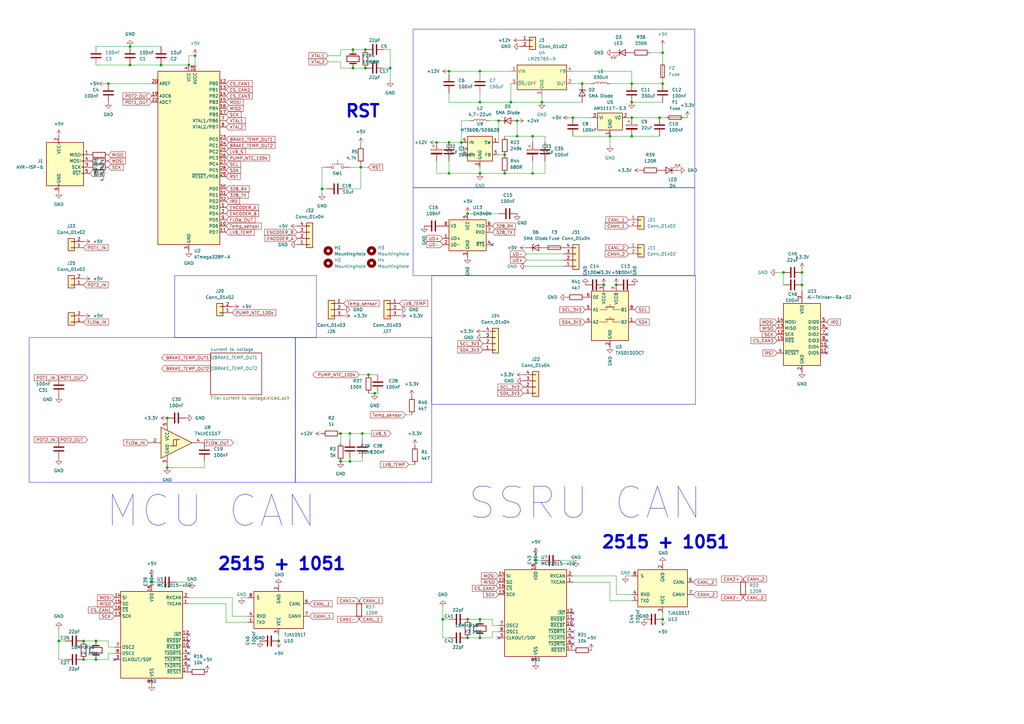
<source format=kicad_sch>
(kicad_sch (version 20250114) (generator "eeschema") (generator_version "9.0")
  (paper "A3")
  (rectangle (start 177.038 113.03) (end 285.242 165.862))
  (rectangle (start 71.628 113.03) (end 129.794 138.43))
  (rectangle (start 169.418 76.962) (end 284.988 113.03))
  (rectangle (start 121.158 138.43) (end 177.038 197.866))
  (rectangle (start 11.938 138.43) (end 121.158 197.866))
  (rectangle (start 169.418 11.938) (end 284.988 76.962))
  (text "MCU CAN\n" (at 86.614 209.804 0) (effects (font (size 12.7 12.7))))
  (text "2515 + 1051" (at 273.05 222.504 0) (effects (font (size 5 5) (thickness 1) (bold yes))))
  (text "2515 + 1051" (at 115.57 231.394 0) (effects (font (size 5 5) (thickness 1) (bold yes))))
  (text "RST" (at 141.351 45.72 0) (effects (font (size 5 5) (thickness 1) (bold yes)) (justify left)))
  (text "SSRU CAN" (at 240.03 206.502 0) (effects (font (size 12.7 12.7))))
  (junction (at 179.07 58.42))
  (junction (at 196.85 29.21))
  (junction (at 271.78 34.29))
  (junction (at 44.45 34.29))
  (junction (at 271.78 21.59))
  (junction (at 328.93 111.76))
  (junction (at 77.47 26.67))
  (junction (at 149.86 20.32))
  (junction (at 153.67 161.29))
  (junction (at 34.29 270.51))
  (junction (at 270.51 48.26))
  (junction (at 53.34 26.67))
  (junction (at 218.44 55.88))
  (junction (at 328.93 116.84))
  (junction (at 196.85 41.91))
  (junction (at 207.01 71.12))
  (junction (at 53.34 19.05))
  (junction (at 149.86 27.94))
  (junction (at 189.23 58.42))
  (junction (at 24.13 262.89))
  (junction (at 238.76 34.29))
  (junction (at 39.37 262.89))
  (junction (at 143.51 189.23))
  (junction (at 219.71 229.87))
  (junction (at 259.08 41.91))
  (junction (at 234.95 48.26))
  (junction (at 259.08 55.88))
  (junction (at 139.7 189.23))
  (junction (at 68.58 191.77))
  (junction (at 252.73 116.84))
  (junction (at 144.78 27.94))
  (junction (at 68.58 171.45))
  (junction (at 39.37 270.51))
  (junction (at 247.65 116.84))
  (junction (at 259.08 34.29))
  (junction (at 66.04 26.67))
  (junction (at 34.29 262.89))
  (junction (at 218.44 71.12))
  (junction (at 114.3 262.89))
  (junction (at 160.02 27.94))
  (junction (at 191.77 87.63))
  (junction (at 151.13 153.67))
  (junction (at 222.25 41.91))
  (junction (at 259.08 48.26))
  (junction (at 80.01 22.86))
  (junction (at 207.01 63.5))
  (junction (at 196.85 261.62))
  (junction (at 132.08 77.47))
  (junction (at 204.47 49.53))
  (junction (at 209.55 41.91))
  (junction (at 184.15 71.12))
  (junction (at 321.31 111.76))
  (junction (at 196.85 71.12))
  (junction (at 181.61 254))
  (junction (at 139.7 177.8))
  (junction (at 191.77 254))
  (junction (at 191.77 261.62))
  (junction (at 212.09 55.88))
  (junction (at 196.85 254))
  (junction (at 143.51 177.8))
  (junction (at 147.955 68.58))
  (junction (at 184.15 29.21))
  (junction (at 212.09 49.53))
  (junction (at 184.15 58.42))
  (junction (at 144.78 20.32))
  (junction (at 250.19 55.88))
  (junction (at 62.23 238.76))
  (junction (at 148.59 177.8))
  (junction (at 271.78 254))
  (no_connect (at 77.47 265.43))
  (no_connect (at 204.47 261.62))
  (no_connect (at 234.95 259.08))
  (no_connect (at 234.95 264.16))
  (no_connect (at 339.09 144.78))
  (no_connect (at 234.95 251.46))
  (no_connect (at 234.95 261.62))
  (no_connect (at 77.47 273.05))
  (no_connect (at 201.93 100.33))
  (no_connect (at 339.09 134.62))
  (no_connect (at 234.95 254))
  (no_connect (at 46.99 270.51))
  (no_connect (at 77.47 260.35))
  (no_connect (at 339.09 142.24))
  (no_connect (at 77.47 267.97))
  (no_connect (at 339.09 139.7))
  (no_connect (at 77.47 270.51))
  (no_connect (at 77.47 262.89))
  (no_connect (at 339.09 137.16))
  (no_connect (at 234.95 256.54))
  (wire (pts (xy 160.02 33.02) (xy 160.02 27.94)))
  (wire (pts (xy 189.23 63.5) (xy 189.23 58.42)))
  (wire (pts (xy 53.34 19.05) (xy 66.04 19.05)))
  (wire (pts (xy 181.61 261.62) (xy 184.15 261.62)))
  (wire (pts (xy 149.86 20.32) (xy 144.78 20.32)))
  (wire (pts (xy 39.37 19.05) (xy 53.34 19.05)))
  (wire (pts (xy 250.19 238.76) (xy 234.95 238.76)))
  (wire (pts (xy 250.19 55.88) (xy 259.08 55.88)))
  (wire (pts (xy 280.67 48.26) (xy 281.94 48.26)))
  (wire (pts (xy 53.34 26.67) (xy 66.04 26.67)))
  (wire (pts (xy 196.85 71.12) (xy 207.01 71.12)))
  (wire (pts (xy 92.71 255.27) (xy 92.71 247.65)))
  (wire (pts (xy 143.51 177.8) (xy 148.59 177.8)))
  (wire (pts (xy 271.78 19.05) (xy 271.78 21.59)))
  (wire (pts (xy 44.45 34.29) (xy 62.23 34.29)))
  (wire (pts (xy 184.15 41.91) (xy 184.15 38.1)))
  (wire (pts (xy 204.47 259.08) (xy 201.93 259.08)))
  (wire (pts (xy 154.94 161.29) (xy 153.67 161.29)))
  (wire (pts (xy 24.13 270.51) (xy 24.13 262.89)))
  (wire (pts (xy 238.76 34.29) (xy 234.95 34.29)))
  (wire (pts (xy 250.19 34.29) (xy 259.08 34.29)))
  (wire (pts (xy 207.01 63.5) (xy 204.47 63.5)))
  (wire (pts (xy 270.51 48.26) (xy 273.05 48.26)))
  (wire (pts (xy 95.25 252.73) (xy 95.25 245.11)))
  (wire (pts (xy 200.66 49.53) (xy 204.47 49.53)))
  (wire (pts (xy 222.25 229.87) (xy 219.71 229.87)))
  (wire (pts (xy 26.67 262.89) (xy 24.13 262.89)))
  (wire (pts (xy 92.71 247.65) (xy 77.47 247.65)))
  (wire (pts (xy 139.7 177.8) (xy 143.51 177.8)))
  (wire (pts (xy 204.47 49.53) (xy 204.47 58.42)))
  (wire (pts (xy 191.77 261.62) (xy 196.85 261.62)))
  (wire (pts (xy 148.59 177.8) (xy 152.4 177.8)))
  (wire (pts (xy 184.15 29.21) (xy 184.15 30.48)))
  (wire (pts (xy 328.93 111.76) (xy 328.93 116.84)))
  (wire (pts (xy 179.07 58.42) (xy 184.15 58.42)))
  (wire (pts (xy 201.93 256.54) (xy 201.93 254)))
  (wire (pts (xy 318.77 111.76) (xy 321.31 111.76)))
  (wire (pts (xy 184.15 254) (xy 181.61 254)))
  (wire (pts (xy 34.29 270.51) (xy 39.37 270.51)))
  (wire (pts (xy 139.7 25.4) (xy 134.62 25.4)))
  (wire (pts (xy 44.45 267.97) (xy 44.45 270.51)))
  (wire (pts (xy 147.955 68.58) (xy 147.955 77.47)))
  (wire (pts (xy 167.64 190.5) (xy 170.18 190.5)))
  (wire (pts (xy 233.68 48.26) (xy 234.95 48.26)))
  (wire (pts (xy 139.7 27.94) (xy 139.7 25.4)))
  (wire (pts (xy 250.19 246.38) (xy 250.19 238.76)))
  (wire (pts (xy 147.955 67.31) (xy 147.955 68.58)))
  (wire (pts (xy 83.82 191.77) (xy 68.58 191.77)))
  (wire (pts (xy 222.25 41.91) (xy 222.25 39.37)))
  (wire (pts (xy 212.09 55.88) (xy 207.01 55.88)))
  (wire (pts (xy 266.7 21.59) (xy 271.78 21.59)))
  (wire (pts (xy 143.51 189.23) (xy 139.7 189.23)))
  (wire (pts (xy 80.01 22.86) (xy 77.47 22.86)))
  (wire (pts (xy 99.06 245.11) (xy 101.6 245.11)))
  (wire (pts (xy 179.07 66.04) (xy 179.07 71.12)))
  (wire (pts (xy 271.78 254) (xy 271.78 251.46)))
  (wire (pts (xy 44.45 262.89) (xy 39.37 262.89)))
  (wire (pts (xy 66.04 26.67) (xy 77.47 26.67)))
  (wire (pts (xy 234.95 48.26) (xy 242.57 48.26)))
  (wire (pts (xy 72.39 238.76) (xy 78.74 238.76)))
  (wire (pts (xy 101.6 255.27) (xy 92.71 255.27)))
  (wire (pts (xy 184.15 29.21) (xy 196.85 29.21)))
  (wire (pts (xy 147.955 59.055) (xy 147.955 59.69)))
  (wire (pts (xy 193.04 49.53) (xy 189.23 49.53)))
  (wire (pts (xy 139.7 177.8) (xy 139.7 181.61)))
  (wire (pts (xy 201.93 259.08) (xy 201.93 261.62)))
  (wire (pts (xy 229.87 229.87) (xy 236.22 229.87)))
  (wire (pts (xy 141.605 77.47) (xy 147.955 77.47)))
  (wire (pts (xy 196.85 71.12) (xy 196.85 68.58)))
  (wire (pts (xy 62.23 238.76) (xy 62.23 240.03)))
  (wire (pts (xy 196.85 29.21) (xy 196.85 30.48)))
  (wire (pts (xy 179.07 71.12) (xy 184.15 71.12)))
  (wire (pts (xy 191.77 87.63) (xy 204.47 87.63)))
  (wire (pts (xy 238.76 34.29) (xy 242.57 34.29)))
  (wire (pts (xy 77.47 22.86) (xy 77.47 26.67)))
  (wire (pts (xy 95.25 245.11) (xy 77.47 245.11)))
  (wire (pts (xy 252.73 236.22) (xy 234.95 236.22)))
  (wire (pts (xy 196.85 38.1) (xy 196.85 41.91)))
  (wire (pts (xy 231.14 104.14) (xy 215.9 104.14)))
  (wire (pts (xy 148.59 180.34) (xy 148.59 177.8)))
  (wire (pts (xy 83.82 191.77) (xy 83.82 189.23)))
  (wire (pts (xy 101.6 252.73) (xy 95.25 252.73)))
  (wire (pts (xy 328.93 110.49) (xy 328.93 111.76)))
  (wire (pts (xy 157.48 27.94) (xy 160.02 27.94)))
  (wire (pts (xy 259.08 246.38) (xy 250.19 246.38)))
  (wire (pts (xy 62.23 236.22) (xy 62.23 238.76)))
  (wire (pts (xy 231.14 106.68) (xy 215.9 106.68)))
  (wire (pts (xy 64.77 238.76) (xy 62.23 238.76)))
  (wire (pts (xy 219.71 229.87) (xy 219.71 231.14)))
  (wire (pts (xy 257.81 48.26) (xy 259.08 48.26)))
  (wire (pts (xy 181.61 261.62) (xy 181.61 254)))
  (wire (pts (xy 223.52 66.04) (xy 223.52 71.12)))
  (wire (pts (xy 321.31 111.76) (xy 321.31 116.84)))
  (wire (pts (xy 132.08 68.58) (xy 132.08 77.47)))
  (wire (pts (xy 256.54 236.22) (xy 259.08 236.22)))
  (wire (pts (xy 222.25 41.91) (xy 238.76 41.91)))
  (wire (pts (xy 223.52 55.88) (xy 218.44 55.88)))
  (wire (pts (xy 132.08 79.375) (xy 132.08 77.47)))
  (wire (pts (xy 44.45 265.43) (xy 44.45 262.89)))
  (wire (pts (xy 181.61 248.92) (xy 181.61 254)))
  (wire (pts (xy 259.08 48.26) (xy 270.51 48.26)))
  (wire (pts (xy 234.95 29.21) (xy 259.08 29.21)))
  (wire (pts (xy 34.29 262.89) (xy 39.37 262.89)))
  (wire (pts (xy 24.13 270.51) (xy 26.67 270.51)))
  (wire (pts (xy 196.85 29.21) (xy 209.55 29.21)))
  (wire (pts (xy 139.7 20.32) (xy 144.78 20.32)))
  (wire (pts (xy 259.08 243.84) (xy 252.73 243.84)))
  (wire (pts (xy 191.77 254) (xy 196.85 254)))
  (wire (pts (xy 212.09 55.88) (xy 212.09 49.53)))
  (wire (pts (xy 209.55 34.29) (xy 209.55 41.91)))
  (wire (pts (xy 259.08 29.21) (xy 259.08 34.29)))
  (wire (pts (xy 143.51 68.58) (xy 147.955 68.58)))
  (wire (pts (xy 223.52 55.88) (xy 223.52 58.42)))
  (wire (pts (xy 259.08 55.88) (xy 270.51 55.88)))
  (wire (pts (xy 252.73 243.84) (xy 252.73 236.22)))
  (wire (pts (xy 184.15 41.91) (xy 196.85 41.91)))
  (wire (pts (xy 184.15 66.04) (xy 184.15 71.12)))
  (wire (pts (xy 139.7 27.94) (xy 144.78 27.94)))
  (wire (pts (xy 189.23 49.53) (xy 189.23 58.42)))
  (wire (pts (xy 143.51 187.96) (xy 143.51 189.23)))
  (wire (pts (xy 143.51 180.34) (xy 143.51 177.8)))
  (wire (pts (xy 250.19 55.88) (xy 250.19 59.69)))
  (wire (pts (xy 44.45 270.51) (xy 39.37 270.51)))
  (wire (pts (xy 204.47 256.54) (xy 201.93 256.54)))
  (wire (pts (xy 166.37 170.18) (xy 168.91 170.18)))
  (wire (pts (xy 154.94 153.67) (xy 151.13 153.67)))
  (wire (pts (xy 201.93 254) (xy 196.85 254)))
  (wire (pts (xy 147.955 68.58) (xy 151.13 68.58)))
  (wire (pts (xy 259.08 41.91) (xy 271.78 41.91)))
  (wire (pts (xy 201.93 261.62) (xy 196.85 261.62)))
  (wire (pts (xy 212.09 55.88) (xy 218.44 55.88)))
  (wire (pts (xy 209.55 41.91) (xy 222.25 41.91)))
  (wire (pts (xy 24.13 257.81) (xy 24.13 262.89)))
  (wire (pts (xy 160.02 20.32) (xy 160.02 27.94)))
  (wire (pts (xy 114.3 262.89) (xy 114.3 260.35)))
  (wire (pts (xy 271.78 21.59) (xy 271.78 25.4)))
  (wire (pts (xy 153.67 161.29) (xy 151.13 161.29)))
  (wire (pts (xy 218.44 66.04) (xy 218.44 71.12)))
  (wire (pts (xy 148.59 189.23) (xy 143.51 189.23)))
  (wire (pts (xy 196.85 41.91) (xy 209.55 41.91)))
  (wire (pts (xy 231.14 109.22) (xy 215.9 109.22)))
  (wire (pts (xy 46.99 265.43) (xy 44.45 265.43)))
  (wire (pts (xy 133.35 68.58) (xy 132.08 68.58)))
  (wire (pts (xy 271.78 33.02) (xy 271.78 34.29)))
  (wire (pts (xy 39.37 26.67) (xy 53.34 26.67)))
  (wire (pts (xy 139.7 20.32) (xy 139.7 22.86)))
  (wire (pts (xy 80.01 22.86) (xy 80.01 26.67)))
  (wire (pts (xy 218.44 58.42) (xy 218.44 55.88)))
  (wire (pts (xy 259.08 34.29) (xy 271.78 34.29)))
  (wire (pts (xy 328.93 116.84) (xy 328.93 119.38)))
  (wire (pts (xy 43.18 34.29) (xy 44.45 34.29)))
  (wire (pts (xy 160.02 20.32) (xy 157.48 20.32)))
  (wire (pts (xy 132.08 77.47) (xy 133.985 77.47)))
  (wire (pts (xy 184.15 71.12) (xy 196.85 71.12)))
  (wire (pts (xy 149.86 27.94) (xy 144.78 27.94)))
  (wire (pts (xy 219.71 227.33) (xy 219.71 229.87)))
  (wire (pts (xy 46.99 267.97) (xy 44.45 267.97)))
  (wire (pts (xy 223.52 71.12) (xy 218.44 71.12)))
  (wire (pts (xy 184.15 58.42) (xy 189.23 58.42)))
  (wire (pts (xy 151.13 153.67) (xy 147.32 153.67)))
  (wire (pts (xy 148.59 187.96) (xy 148.59 189.23)))
  (wire (pts (xy 218.44 71.12) (xy 207.01 71.12)))
  (wire (pts (xy 134.62 22.86) (xy 139.7 22.86)))
  (wire (pts (xy 234.95 55.88) (xy 250.19 55.88)))
  (global_label "CANL_1" (shape input) (at 147.32 254 0) (property "Intersheetrefs" "${INTERSHEET_REFS}" (effects (hide yes))))
  (global_label "CAN2+" (shape input) (at 304.8 237.49 180) (property "Intersheetrefs" "${INTERSHEET_REFS}" (effects (hide yes))))
  (global_label "328_RX" (shape input) (at 92.71 77.47 0) (property "Intersheetrefs" "${INTERSHEET_REFS}" (effects (hide yes))))
  (global_label "BRAKE_TEMP_OUT1" (shape output) (at 86.36 146.685 180) (property "Intersheetrefs" "${INTERSHEET_REFS}" (effects (hide yes))))
  (global_label "ENCODER_A" (shape input) (at 92.71 85.09 0) (property "Intersheetrefs" "${INTERSHEET_REFS}" (effects (hide yes))))
  (global_label "328_TX" (shape input) (at 92.71 80.01 0) (property "Intersheetrefs" "${INTERSHEET_REFS}" (effects (hide yes))))
  (global_label "SCL_3V3" (shape input) (at 214.63 158.75 180) (property "Intersheetrefs" "${INTERSHEET_REFS}" (effects (hide yes))))
  (global_label "328_RX" (shape input) (at 201.93 92.71 0) (property "Intersheetrefs" "${INTERSHEET_REFS}" (effects (hide yes))))
  (global_label "BRAKE_TEMP_OUT2" (shape output) (at 86.36 151.13 180) (property "Intersheetrefs" "${INTERSHEET_REFS}" (effects (hide yes))))
  (global_label "MISO" (shape input) (at 46.99 247.65 180) (property "Intersheetrefs" "${INTERSHEET_REFS}" (effects (hide yes))))
  (global_label "LVB_TEMP" (shape input) (at 167.64 190.5 180) (property "Intersheetrefs" "${INTERSHEET_REFS}" (effects (hide yes))))
  (global_label "XTAL1" (shape input) (at 134.62 22.86 180) (property "Intersheetrefs" "${INTERSHEET_REFS}" (effects (hide yes))))
  (global_label "CS_CAN2" (shape input) (at 204.47 241.3 180) (property "Intersheetrefs" "${INTERSHEET_REFS}" (effects (hide yes))))
  (global_label "SCL_3V3" (shape input) (at 240.03 127 180) (property "Intersheetrefs" "${INTERSHEET_REFS}" (effects (hide yes))))
  (global_label "CANH_1" (shape input) (at 127 252.73 0) (property "Intersheetrefs" "${INTERSHEET_REFS}" (effects (hide yes))))
  (global_label "FLOW_OUT" (shape input) (at 92.71 90.17 0) (property "Intersheetrefs" "${INTERSHEET_REFS}" (effects (hide yes))))
  (global_label "UD-" (shape input) (at 181.61 100.33 180) (property "Intersheetrefs" "${INTERSHEET_REFS}" (effects (hide yes))))
  (global_label "CANH_2" (shape input) (at 284.48 243.84 0) (property "Intersheetrefs" "${INTERSHEET_REFS}" (effects (hide yes))))
  (global_label "SCK" (shape input) (at 204.47 243.84 180) (property "Intersheetrefs" "${INTERSHEET_REFS}" (effects (hide yes))))
  (global_label "BRAKE_TEMP_OUT1" (shape input) (at 92.71 57.15 0) (property "Intersheetrefs" "${INTERSHEET_REFS}" (effects (hide yes))))
  (global_label "POT2_IN" (shape input) (at 34.29 116.84 0) (property "Intersheetrefs" "${INTERSHEET_REFS}" (effects (hide yes))))
  (global_label "ENCODER_A" (shape input) (at 121.92 97.79 180) (property "Intersheetrefs" "${INTERSHEET_REFS}" (effects (hide yes))))
  (global_label "MISO" (shape input) (at 204.47 238.76 180) (property "Intersheetrefs" "${INTERSHEET_REFS}" (effects (hide yes))))
  (global_label "POT1_IN" (shape input) (at 34.29 101.6 0) (property "Intersheetrefs" "${INTERSHEET_REFS}" (effects (hide yes))))
  (global_label "CANH_1" (shape input) (at 147.32 246.38 0) (property "Intersheetrefs" "${INTERSHEET_REFS}" (effects (hide yes))))
  (global_label "SDA_3V3" (shape input) (at 240.03 132.08 180) (property "Intersheetrefs" "${INTERSHEET_REFS}" (effects (hide yes))))
  (global_label "SDA_3V3" (shape input) (at 214.63 161.29 180) (property "Intersheetrefs" "${INTERSHEET_REFS}" (effects (hide yes))))
  (global_label "MISO" (shape input) (at 318.77 134.62 180) (property "Intersheetrefs" "${INTERSHEET_REFS}" (effects (hide yes))))
  (global_label "CAN1+" (shape input) (at 147.32 246.38 180) (property "Intersheetrefs" "${INTERSHEET_REFS}" (effects (hide yes))))
  (global_label "CANH_2" (shape input) (at 304.8 237.49 0) (property "Intersheetrefs" "${INTERSHEET_REFS}" (effects (hide yes))))
  (global_label "CANL_1" (shape input) (at 127 247.65 0) (property "Intersheetrefs" "${INTERSHEET_REFS}" (effects (hide yes))))
  (global_label "MISO" (shape input) (at 44.45 63.5 0) (property "Intersheetrefs" "${INTERSHEET_REFS}" (effects (hide yes))))
  (global_label "FLOW_IN" (shape input) (at 34.29 132.08 0) (property "Intersheetrefs" "${INTERSHEET_REFS}" (effects (hide yes))))
  (global_label "PUMP_NTC_100k" (shape input) (at 95.25 128.27 0) (property "Intersheetrefs" "${INTERSHEET_REFS}" (effects (hide yes))))
  (global_label "MOSI" (shape input) (at 92.71 41.91 0) (property "Intersheetrefs" "${INTERSHEET_REFS}" (effects (hide yes))))
  (global_label "MISO" (shape input) (at 92.71 44.45 0) (property "Intersheetrefs" "${INTERSHEET_REFS}" (effects (hide yes))))
  (global_label "POT2_IN" (shape input) (at 24.13 180.34 180) (property "Intersheetrefs" "${INTERSHEET_REFS}" (effects (hide yes))))
  (global_label "MOSI" (shape input) (at 46.99 245.11 180) (property "Intersheetrefs" "${INTERSHEET_REFS}" (effects (hide yes))))
  (global_label "UD+" (shape input) (at 215.9 106.68 180) (property "Intersheetrefs" "${INTERSHEET_REFS}" (effects (hide yes))))
  (global_label "IRO" (shape input) (at 92.71 82.55 0) (property "Intersheetrefs" "${INTERSHEET_REFS}" (effects (hide yes))))
  (global_label "POT2_OUT" (shape output) (at 24.13 180.34 0) (property "Intersheetrefs" "${INTERSHEET_REFS}" (effects (hide yes))))
  (global_label "SCL" (shape input) (at 92.71 67.31 0) (property "Intersheetrefs" "${INTERSHEET_REFS}" (effects (hide yes))))
  (global_label "SCK" (shape input) (at 92.71 46.99 0) (property "Intersheetrefs" "${INTERSHEET_REFS}" (effects (hide yes))))
  (global_label "CS_CAN1" (shape input) (at 46.99 250.19 180) (property "Intersheetrefs" "${INTERSHEET_REFS}" (effects (hide yes))))
  (global_label "POT1_OUT" (shape input) (at 62.23 41.91 180) (property "Intersheetrefs" "${INTERSHEET_REFS}" (effects (hide yes))))
  (global_label "BRAKE_TEMP_OUT2" (shape input) (at 92.71 59.69 0) (property "Intersheetrefs" "${INTERSHEET_REFS}" (effects (hide yes))))
  (global_label "POT2_OUT" (shape input) (at 62.23 39.37 180) (property "Intersheetrefs" "${INTERSHEET_REFS}" (effects (hide yes))))
  (global_label "CAN2-" (shape input) (at 304.8 245.11 180) (property "Intersheetrefs" "${INTERSHEET_REFS}" (effects (hide yes))))
  (global_label "UD-" (shape input) (at 215.9 104.14 180) (property "Intersheetrefs" "${INTERSHEET_REFS}" (effects (hide yes))))
  (global_label "Temp_sensor" (shape input) (at 166.37 170.18 180) (property "Intersheetrefs" "${INTERSHEET_REFS}" (effects (hide yes))))
  (global_label "SDA" (shape input) (at 260.35 132.08 0) (property "Intersheetrefs" "${INTERSHEET_REFS}" (effects (hide yes))))
  (global_label "MOSI" (shape input) (at 204.47 236.22 180) (property "Intersheetrefs" "${INTERSHEET_REFS}" (effects (hide yes))))
  (global_label "LVB_TEMP" (shape input) (at 92.71 95.25 0) (property "Intersheetrefs" "${INTERSHEET_REFS}" (effects (hide yes))))
  (global_label "LVB_S" (shape input) (at 92.71 62.23 0) (property "Intersheetrefs" "${INTERSHEET_REFS}" (effects (hide yes))))
  (global_label "CS_CAN3" (shape input) (at 92.71 39.37 0) (property "Intersheetrefs" "${INTERSHEET_REFS}" (effects (hide yes))))
  (global_label "SCK" (shape input) (at 44.45 68.58 0) (property "Intersheetrefs" "${INTERSHEET_REFS}" (effects (hide yes))))
  (global_label "RST" (shape input) (at 36.83 71.12 0) (property "Intersheetrefs" "${INTERSHEET_REFS}" (effects (hide yes))))
  (global_label "RST" (shape input) (at 318.77 144.78 180) (property "Intersheetrefs" "${INTERSHEET_REFS}" (effects (hide yes))))
  (global_label "POT1_IN" (shape input) (at 24.13 154.94 180) (property "Intersheetrefs" "${INTERSHEET_REFS}" (effects (hide yes))))
  (global_label "SDA_3V3" (shape input) (at 198.12 143.51 180) (property "Intersheetrefs" "${INTERSHEET_REFS}" (effects (hide yes))))
  (global_label "XTAL1" (shape input) (at 92.71 49.53 0) (property "Intersheetrefs" "${INTERSHEET_REFS}" (effects (hide yes))))
  (global_label "CANH_1" (shape input) (at 257.81 92.71 180) (property "Intersheetrefs" "${INTERSHEET_REFS}" (effects (hide yes))))
  (global_label "SCK" (shape input) (at 46.99 252.73 180) (property "Intersheetrefs" "${INTERSHEET_REFS}" (effects (hide yes))))
  (global_label "LVB_TEMP" (shape input) (at 163.83 124.46 0) (property "Intersheetrefs" "${INTERSHEET_REFS}" (effects (hide yes))))
  (global_label "ENCODER_B" (shape input) (at 121.92 95.25 180) (property "Intersheetrefs" "${INTERSHEET_REFS}" (effects (hide yes))))
  (global_label "CS_CAN2" (shape input) (at 92.71 36.83 0) (property "Intersheetrefs" "${INTERSHEET_REFS}" (effects (hide yes))))
  (global_label "IRO" (shape input) (at 339.09 132.08 0) (property "Intersheetrefs" "${INTERSHEET_REFS}" (effects (hide yes))))
  (global_label "PUMP_NTC_100k" (shape bidirectional) (at 147.32 153.67 180) (property "Intersheetrefs" "${INTERSHEET_REFS}" (effects (hide yes))))
  (global_label "MOSI" (shape input) (at 318.77 132.08 180) (property "Intersheetrefs" "${INTERSHEET_REFS}" (effects (hide yes))))
  (global_label "PUMP_NTC_100k" (shape input) (at 92.71 64.77 0) (property "Intersheetrefs" "${INTERSHEET_REFS}" (effects (hide yes))))
  (global_label "RST" (shape input) (at 92.71 72.39 0) (property "Intersheetrefs" "${INTERSHEET_REFS}" (effects (hide yes))))
  (global_label "SDA" (shape input) (at 92.71 69.85 0) (property "Intersheetrefs" "${INTERSHEET_REFS}" (effects (hide yes))))
  (global_label "CANL_1" (shape input) (at 257.81 90.17 180) (property "Intersheetrefs" "${INTERSHEET_REFS}" (effects (hide yes))))
  (global_label "UD+" (shape input) (at 181.61 97.79 180) (property "Intersheetrefs" "${INTERSHEET_REFS}" (effects (hide yes))))
  (global_label "CS_CAN1" (shape input) (at 92.71 34.29 0) (property "Intersheetrefs" "${INTERSHEET_REFS}" (effects (hide yes))))
  (global_label "CANH_2" (shape input) (at 257.81 104.14 180) (property "Intersheetrefs" "${INTERSHEET_REFS}" (effects (hide yes))))
  (global_label "LVB_S" (shape output) (at 152.4 177.8 0) (property "Intersheetrefs" "${INTERSHEET_REFS}" (effects (hide yes))))
  (global_label "Temp_sensor" (shape input) (at 92.71 92.71 0) (property "Intersheetrefs" "${INTERSHEET_REFS}" (effects (hide yes))))
  (global_label "XTAL2" (shape input) (at 134.62 25.4 180) (property "Intersheetrefs" "${INTERSHEET_REFS}" (effects (hide yes))))
  (global_label "Temp_sensor" (shape input) (at 140.97 124.46 0) (property "Intersheetrefs" "${INTERSHEET_REFS}" (effects (hide yes))))
  (global_label "RST" (shape input) (at 151.13 68.58 0) (property "Intersheetrefs" "${INTERSHEET_REFS}" (effects (hide yes))))
  (global_label "328_TX" (shape input) (at 201.93 95.25 0) (property "Intersheetrefs" "${INTERSHEET_REFS}" (effects (hide yes))))
  (global_label "ENCODER_B" (shape input) (at 92.71 87.63 0) (property "Intersheetrefs" "${INTERSHEET_REFS}" (effects (hide yes))))
  (global_label "CS_CAN3" (shape input) (at 318.77 139.7 180) (property "Intersheetrefs" "${INTERSHEET_REFS}" (effects (hide yes))))
  (global_label "SCK" (shape input) (at 318.77 137.16 180) (property "Intersheetrefs" "${INTERSHEET_REFS}" (effects (hide yes))))
  (global_label "CANL_2" (shape input) (at 304.8 245.11 0) (property "Intersheetrefs" "${INTERSHEET_REFS}" (effects (hide yes))))
  (global_label "POT1_OUT" (shape output) (at 24.13 154.94 0) (property "Intersheetrefs" "${INTERSHEET_REFS}" (effects (hide yes))))
  (global_label "SCL_3V3" (shape input) (at 198.12 140.97 180) (property "Intersheetrefs" "${INTERSHEET_REFS}" (effects (hide yes))))
  (global_label "CANL_2" (shape input) (at 257.81 101.6 180) (property "Intersheetrefs" "${INTERSHEET_REFS}" (effects (hide yes))))
  (global_label "MOSI" (shape input) (at 44.45 66.04 0) (property "Intersheetrefs" "${INTERSHEET_REFS}" (effects (hide yes))))
  (global_label "CAN1-" (shape input) (at 147.32 254 180) (property "Intersheetrefs" "${INTERSHEET_REFS}" (effects (hide yes))))
  (global_label "FLOW_IN" (shape input) (at 60.96 181.61 180) (property "Intersheetrefs" "${INTERSHEET_REFS}" (effects (hide yes))))
  (global_label "XTAL2" (shape input) (at 92.71 52.07 0) (property "Intersheetrefs" "${INTERSHEET_REFS}" (effects (hide yes))))
  (global_label "CANL_2" (shape input) (at 284.48 238.76 0) (property "Intersheetrefs" "${INTERSHEET_REFS}" (effects (hide yes))))
  (global_label "SCL" (shape input) (at 260.35 127 0) (property "Intersheetrefs" "${INTERSHEET_REFS}" (effects (hide yes))))
  (global_label "FLOW_OUT" (shape output) (at 83.82 181.61 0) (property "Intersheetrefs" "${INTERSHEET_REFS}" (effects (hide yes))))
  (symbol (lib_id "power:GND") (at 250.19 142.24 0) (mirror y) (unit 1)
    (property "Reference" "#PWR085" (effects (hide yes)))
    (property "Value" "GND" (at 250.1899 146.05 90) (effects (justify right)))
    (property "Description" "Power symbol creates a global label with name \"GND\" , ground" (effects (hide yes)))
  )
  (symbol (lib_id "power:GND") (at 219.71 271.78 0) (unit 1)
    (property "Reference" "#PWR033" (effects (hide yes)))
    (property "Value" "GND" (at 219.71 270.51 0))
  )
  (symbol (lib_id "Device:R") (at 139.7 185.42 0) (mirror x) (unit 1)
    (property "Reference" "R3" (at 137.8313 184.1499 0) (effects (justify right)))
    (property "Value" "5k" (at 137.8313 186.6899 0) (effects (justify right)))
    (property "Footprint" "RMC_Resistor:R_0805_2012Metric_Pad1.20x1.40mm_HandSolder_L" (effects (hide yes)))
    (property "Description" "Resistor" (effects (hide yes)))
  )
  (symbol (lib_id "power:+12V") (at 213.36 16.51 90) (unit 1)
    (property "Reference" "#PWR06" (effects (hide yes)))
    (property "Value" "+12V" (at 209.55 16.5099 90) (effects (justify left)))
    (property "Description" "Power symbol creates a global label with name \"+12V\"" (effects (hide yes)))
  )
  (symbol (lib_id "Device:C") (at 325.12 116.84 270) (unit 1)
    (property "Reference" "C46" (at 325.12 120.65 90))
    (property "Value" "100nF" (at 325.12 123.19 90))
    (property "Footprint" "RMC_Capacitor:C_0805_2012Metric_Pad1.18x1.45mm_HandSolder_L" (effects (hide yes)))
    (property "Description" "Unpolarized capacitor" (effects (hide yes)))
  )
  (symbol (lib_id "Device:C") (at 223.52 62.23 180) (unit 1)
    (property "Reference" "C35" (at 227.33 60.9599 0) (effects (justify right)))
    (property "Value" "100nF" (at 227.33 63.4999 0) (effects (justify right)))
    (property "Footprint" "RMC_Capacitor:C_0805_2012Metric_Pad1.18x1.45mm_HandSolder_L" (effects (hide yes)))
    (property "Description" "Unpolarized capacitor" (effects (hide yes)))
  )
  (symbol (lib_id "Device:C") (at 187.96 261.62 90) (mirror x) (unit 1)
    (property "Reference" "C42" (at 184.15 262.89 90))
    (property "Value" "22pF" (at 187.96 265.43 90))
    (property "Footprint" "RMC_Capacitor:C_0805_2012Metric_Pad1.18x1.45mm_HandSolder_L" (effects (hide yes)))
  )
  (symbol (lib_id "power:+5V") (at 121.92 92.71 90) (unit 1)
    (property "Reference" "#PWR043" (effects (hide yes)))
    (property "Value" "+5V" (at 118.11 92.7099 90) (effects (justify left)))
    (property "Description" "Power symbol creates a global label with name \"+5V\"" (effects (hide yes)))
  )
  (symbol (lib_id "power:+5V") (at 215.9 101.6 90) (unit 1)
    (property "Reference" "#PWR042" (effects (hide yes)))
    (property "Value" "+5V" (at 212.09 101.5999 90) (effects (justify left)))
    (property "Description" "Power symbol creates a global label with name \"+5V\"" (effects (hide yes)))
  )
  (symbol (lib_id "Connector_Generic:Conn_01x02") (at 29.21 101.6 180) (unit 1)
    (property "Reference" "J23" (at 29.21 92.71 0))
    (property "Value" "Conn_01x02" (at 29.21 95.25 0))
    (property "Footprint" "Connector_JST:JST_XH_B2B-XH-A_1x02_P2.50mm_Vertical" (effects (hide yes)))
    (property "Description" "Generic connector, single row, 01x02, script generated (kicad-library-utils/schlib/autogen/connector/)" (effects (hide yes)))
  )
  (symbol (lib_id "Device:Crystal") (at 39.37 266.7 270) (unit 1)
    (property "Reference" "Y4" (at 35.56 267.9701 90) (effects (justify right)))
    (property "Value" "16MHz" (at 35.56 265.4301 90) (effects (justify right)))
    (property "Footprint" "RMC_Crystal:Crystal_HC49-U_Vertical_W_SMD" (effects (hide yes)))
    (property "Description" "Two pin crystal" (effects (hide yes)))
  )
  (symbol (lib_id "power:+5V") (at 95.25 125.73 270) (mirror x) (unit 1)
    (property "Reference" "#PWR079" (effects (hide yes)))
    (property "Value" "+5V" (at 99.06 125.7299 90) (effects (justify left)))
    (property "Description" "Power symbol creates a global label with name \"+5V\"" (effects (hide yes)))
  )
  (symbol (lib_id "Device:LED") (at 255.27 21.59 0) (unit 1)
    (property "Reference" "D3" (at 253.6825 15.24 0))
    (property "Value" "LED" (at 253.6825 17.78 0))
    (property "Footprint" "RMC_LED:LED_0805_2012Metric_Pad1.45x1.40mm_HandSolder" (effects (hide yes)))
    (property "Description" "Light emitting diode" (effects (hide yes)))
  )
  (symbol (lib_id "Connector_Generic:Conn_01x02") (at 218.44 16.51 0) (unit 1)
    (property "Reference" "J3" (at 220.98 16.5099 0) (effects (justify left)))
    (property "Value" "Conn_01x02" (at 220.98 19.0499 0) (effects (justify left)))
    (property "Footprint" "Connector_JST:JST_VH_B2P-VH_1x02_P3.96mm_Vertical" (effects (hide yes)))
    (property "Description" "Generic connector, single row, 01x02, script generated (kicad-library-utils/schlib/autogen/connector/)" (effects (hide yes)))
  )
  (symbol (lib_id "Interface_CAN_LIN:TJA1051T") (at 271.78 241.3 0) (mirror x) (unit 1)
    (property "Reference" "U12" (at 273.9233 254 0) (effects (justify left)))
    (property "Value" "TJA1051T" (at 273.9233 251.46 0) (effects (justify left)))
    (property "Footprint" "RMC_SO:SOIC-8_3.9x4.9mm_P1.27mm_RMC_Handsolder" (effects (hide yes)))
    (property "Datasheet" "http://www.nxp.com/docs/en/data-sheet/TJA1051.pdf" (effects (hide yes)))
    (property "Description" "High-Speed CAN Transceiver, silent mode, SOIC-8" (effects (hide yes)))
  )
  (symbol (lib_id "Connector_Generic:Conn_01x02") (at 90.17 128.27 180) (unit 1)
    (property "Reference" "J20" (at 90.17 119.38 0))
    (property "Value" "Conn_01x02" (at 90.17 121.92 0))
    (property "Footprint" "Connector_JST:JST_XH_B2B-XH-A_1x02_P2.50mm_Vertical" (effects (hide yes)))
    (property "Description" "Generic connector, single row, 01x02, script generated (kicad-library-utils/schlib/autogen/connector/)" (effects (hide yes)))
  )
  (symbol (lib_id "Device:R") (at 135.89 177.8 90) (unit 1)
    (property "Reference" "R2" (at 135.89 171.45 90))
    (property "Value" "1k" (at 135.89 173.99 90))
    (property "Footprint" "RMC_Resistor:R_0805_2012Metric_Pad1.20x1.40mm_HandSolder_L" (effects (hide yes)))
    (property "Description" "Resistor" (effects (hide yes)))
  )
  (symbol (lib_id "Connector_Generic:Conn_01x02") (at 29.21 116.84 180) (unit 1)
    (property "Reference" "J25" (at 29.21 107.95 0))
    (property "Value" "Conn_01x02" (at 29.21 110.49 0))
    (property "Footprint" "Connector_JST:JST_XH_B2B-XH-A_1x02_P2.50mm_Vertical" (effects (hide yes)))
    (property "Description" "Generic connector, single row, 01x02, script generated (kicad-library-utils/schlib/autogen/connector/)" (effects (hide yes)))
  )
  (symbol (lib_id "Device:C") (at 137.795 77.47 90) (unit 1)
    (property "Reference" "C18" (at 142.24 76.2 90))
    (property "Value" "10uF" (at 142.875 78.74 90))
    (property "Footprint" "RMC_Capacitor:C_0805_2012Metric_Pad1.18x1.45mm_HandSolder_L" (effects (hide yes)))
  )
  (symbol (lib_id "power:+5V") (at 43.18 34.29 90) (unit 1)
    (property "Reference" "#PWR077" (effects (hide yes)))
    (property "Value" "+5V" (at 40.64 34.2899 90) (effects (justify left)))
    (property "Description" "Power symbol creates a global label with name \"+5V\"" (effects (hide yes)))
  )
  (symbol (lib_id "Device:C") (at 39.37 22.86 0) (mirror y) (unit 1)
    (property "Reference" "C3" (at 43.18 24.1301 0) (effects (justify right)))
    (property "Value" "100nF" (at 43.18 21.5901 0) (effects (justify right)))
    (property "Footprint" "RMC_Capacitor:C_0805_2012Metric_Pad1.18x1.45mm_HandSolder_L" (effects (hide yes)))
    (property "Description" "Unpolarized capacitor" (effects (hide yes)))
  )
  (symbol (lib_id "RF_Module:Ai-Thinker-Ra-02") (at 328.93 137.16 0) (unit 1)
    (property "Reference" "U11" (at 331.0733 119.38 0) (effects (justify left)))
    (property "Value" "Ai-Thinker-Ra-02" (at 331.0733 121.92 0) (effects (justify left)))
    (property "Footprint" "RF_Module:Ai-Thinker-Ra-01-LoRa" (effects (hide yes)))
    (property "Datasheet" "http://wiki.ai-thinker.com/_media/lora/docs/c048ps01a1_ra-02_product_specification_v1.1.pdf" (effects (hide yes)))
    (property "Description" "Ai-Thinker Ra-02 410-525 MHz LoRa Module, SPI interface, U.FL antenna connector" (effects (hide yes)))
  )
  (symbol (lib_id "Device:C") (at 30.48 262.89 90) (unit 1)
    (property "Reference" "C26" (at 26.67 261.62 90))
    (property "Value" "22pF" (at 30.48 259.08 90))
    (property "Footprint" "RMC_Capacitor:C_0805_2012Metric_Pad1.18x1.45mm_HandSolder_L" (effects (hide yes)))
  )
  (symbol (lib_id "Connector_Generic:Conn_01x02") (at 262.89 101.6 0) (unit 1)
    (property "Reference" "J11" (at 265.43 101.5999 0) (effects (justify left)))
    (property "Value" "Conn_01x02" (at 265.43 104.1399 0) (effects (justify left)))
    (property "Footprint" "Connector_JST:JST_XH_B2B-XH-A_1x02_P2.50mm_Vertical" (effects (hide yes)))
    (property "Description" "Generic connector, single row, 01x02, script generated (kicad-library-utils/schlib/autogen/connector/)" (effects (hide yes)))
  )
  (symbol (lib_id "power:+5V") (at 24.13 55.88 0) (unit 1)
    (property "Reference" "#PWR082" (effects (hide yes)))
    (property "Value" "+5V" (at 24.13 50.8 0))
    (property "Description" "Power symbol creates a global label with name \"+5V\"" (effects (hide yes)))
  )
  (symbol (lib_id "power:GND") (at 163.83 127 90) (mirror x) (unit 1)
    (property "Reference" "#PWR090" (effects (hide yes)))
    (property "Value" "GND" (at 167.64 127.0001 90) (effects (justify right)))
    (property "Description" "Power symbol creates a global label with name \"GND\" , ground" (effects (hide yes)))
  )
  (symbol (lib_id "Device:C") (at 208.28 87.63 270) (unit 1)
    (property "Reference" "C15" (at 208.28 80.01 90))
    (property "Value" "100nF" (at 208.28 82.55 90))
    (property "Footprint" "RMC_Capacitor:C_0805_2012Metric_Pad1.18x1.45mm_HandSolder_L" (effects (hide yes)))
    (property "Description" "Unpolarized capacitor" (effects (hide yes)))
  )
  (symbol (lib_id "Device:D_Zener") (at 208.28 49.53 0) (unit 1)
    (property "Reference" "D5" (at 208.28 43.6814 0))
    (property "Value" "SMA Diode" (at 208.28 46.2214 0))
    (property "Footprint" "Diode_SMD:D_SMA_Handsoldering" (effects (hide yes)))
    (property "Description" "Zener diode" (effects (hide yes)))
  )
  (symbol (lib_id "power:GND") (at 78.74 238.76 0) (unit 1)
    (property "Reference" "#PWR015" (effects (hide yes)))
    (property "Value" "GND" (at 78.74 237.49 0))
  )
  (symbol (lib_id "Device:R") (at 207.01 67.31 0) (unit 1)
    (property "Reference" "R44" (at 209.2197 66.0399 0) (effects (justify left)))
    (property "Value" "680R" (at 209.2197 68.5799 0) (effects (justify left)))
    (property "Footprint" "RMC_Resistor:R_0805_2012Metric_Pad1.20x1.40mm_HandSolder_L" (effects (hide yes)))
    (property "Description" "Resistor" (effects (hide yes)))
  )
  (symbol (lib_id "power:+5V") (at 114.3 262.89 180) (unit 1)
    (property "Reference" "#PWR026" (effects (hide yes)))
    (property "Value" "+5V" (at 114.3 267.97 0))
  )
  (symbol (lib_id "Interface_CAN_LIN:MCP2515-xSO") (at 219.71 251.46 0) (unit 1)
    (property "Reference" "U7" (at 221.8533 228.6 0) (effects (justify left)))
    (property "Value" "MCP2515-xSO" (at 221.8533 231.14 0) (effects (justify left)))
    (property "Footprint" "RMC_SO:TSSOP-20_4.4x6.5mm_P0.65mm" (effects (hide yes)))
    (property "Datasheet" "http://ww1.microchip.com/downloads/en/DeviceDoc/21801e.pdf" (effects (hide yes)))
    (property "Description" "Stand-Alone CAN Controller with SPI Interface, SOIC-18" (effects (hide yes)))
  )
  (symbol (lib_id "power:+3.3V") (at 68.58 171.45 90) (unit 1)
    (property "Reference" "#PWR0106" (effects (hide yes)))
    (property "Value" "+3.3V" (at 64.77 171.4499 90) (effects (justify left)))
    (property "Description" "Power symbol creates a global label with name \"+3.3V\"" (effects (hide yes)))
  )
  (symbol (lib_id "power:GND") (at 318.77 111.76 270) (unit 1)
    (property "Reference" "#PWR059" (effects (hide yes)))
    (property "Value" "GND" (at 314.96 111.7599 90) (effects (justify right)))
    (property "Description" "Power symbol creates a global label with name \"GND\" , ground" (effects (hide yes)))
  )
  (symbol (lib_id "Device:Fuse") (at 276.86 48.26 270) (unit 1)
    (property "Reference" "F1" (at 276.86 41.91 90))
    (property "Value" "Fuse" (at 276.86 44.45 90))
    (property "Footprint" "to be sorted:Fuse_1210_3225Metric_Pad1.42x2.65mm_HandSolder" (effects (hide yes)))
    (property "Description" "Fuse" (effects (hide yes)))
  )
  (symbol (lib_id "Device:C") (at 143.51 184.15 0) (mirror y) (unit 1)
    (property "Reference" "C29" (at 149.86 182.88 0))
    (property "Value" "100nF" (at 149.86 185.42 0))
    (property "Footprint" "RMC_Capacitor:C_0805_2012Metric_Pad1.18x1.45mm_HandSolder_L" (effects (hide yes)))
    (property "Description" "Unpolarized capacitor" (effects (hide yes)))
  )
  (symbol (lib_id "power:GND") (at 196.85 71.12 0) (unit 1)
    (property "Reference" "#PWR04" (effects (hide yes)))
    (property "Value" "GND" (at 196.85 76.2 0))
    (property "Description" "Power symbol creates a global label with name \"GND\" , ground" (effects (hide yes)))
  )
  (symbol (lib_id "Device:C") (at 243.84 116.84 270) (unit 1)
    (property "Reference" "C14" (at 243.84 109.22 90))
    (property "Value" "100nF" (at 243.84 111.76 90))
    (property "Footprint" "RMC_Capacitor:C_0805_2012Metric_Pad1.18x1.45mm_HandSolder_L" (effects (hide yes)))
    (property "Description" "Unpolarized capacitor" (effects (hide yes)))
  )
  (symbol (lib_id "Device:Crystal") (at 144.78 24.13 90) (unit 1)
    (property "Reference" "Y1" (at 148.59 22.8599 90) (effects (justify right)))
    (property "Value" "16MHz" (at 148.59 25.3999 90) (effects (justify right)))
    (property "Footprint" "RMC_Crystal:Crystal_HC49-U_Vertical_W_SMD" (effects (hide yes)))
    (property "Description" "Two pin crystal" (effects (hide yes)))
  )
  (symbol (lib_id "power:+5V") (at 34.29 114.3 270) (mirror x) (unit 1)
    (property "Reference" "#PWR0102" (effects (hide yes)))
    (property "Value" "+5V" (at 38.1 114.2999 90) (effects (justify left)))
    (property "Description" "Power symbol creates a global label with name \"+5V\"" (effects (hide yes)))
  )
  (symbol (lib_id "power:+3.3V") (at 168.91 162.56 0) (unit 1)
    (property "Reference" "#PWR081" (effects (hide yes)))
    (property "Value" "+3.3V" (at 168.91 157.48 0))
    (property "Description" "Power symbol creates a global label with name \"+3.3V\"" (effects (hide yes)))
  )
  (symbol (lib_id "power:GND") (at 264.16 254 0) (unit 1)
    (property "Reference" "#PWR078" (effects (hide yes)))
    (property "Value" "GND" (at 264.16 252.73 0))
  )
  (symbol (lib_id "Device:C_Polarized") (at 259.08 52.07 0) (unit 1)
    (property "Reference" "C9" (at 262.89 49.9109 0) (effects (justify left)))
    (property "Value" "22uF" (at 262.89 52.4509 0) (effects (justify left)))
    (property "Footprint" "RMC_Capacitor:C_0805_2012Metric_Pad1.18x1.45mm_HandSolder_L" (effects (hide yes)))
    (property "Description" "Polarized capacitor" (effects (hide yes)))
  )
  (symbol (lib_id "Device:C") (at 68.58 238.76 270) (unit 1)
    (property "Reference" "C39" (at 59.69 240.538 0) (effects (justify right)))
    (property "Value" "100nF" (at 62.23 240.538 0) (effects (justify right)))
    (property "Footprint" "RMC_Capacitor:C_0805_2012Metric_Pad1.18x1.45mm_HandSolder_L" (effects (hide yes)))
    (property "Description" "Unpolarized capacitor" (effects (hide yes)))
  )
  (symbol (lib_id "Device:C") (at 267.97 254 270) (unit 1)
    (property "Reference" "C44" (at 259.08 255.778 0) (effects (justify right)))
    (property "Value" "100nF" (at 261.62 255.778 0) (effects (justify right)))
    (property "Footprint" "RMC_Capacitor:C_0805_2012Metric_Pad1.18x1.45mm_HandSolder_L" (effects (hide yes)))
    (property "Description" "Unpolarized capacitor" (effects (hide yes)))
  )
  (symbol (lib_id "Regulator_Switching:MT3608") (at 196.85 60.96 0) (unit 1)
    (property "Reference" "U9" (at 196.85 50.8 0))
    (property "Value" "MT3608/SDB628" (at 196.85 53.34 0))
    (property "Footprint" "RMC_SOT:SOT-23-6_Handsoldering_Extended_RMC" (effects (hide yes)))
    (property "Datasheet" "https://www.olimex.com/Products/Breadboarding/BB-PWR-3608/resources/MT3608.pdf" (effects (hide yes)))
    (property "Description" "High Efficiency 1.2MHz 2A Step Up Converter, 2-24V Vin, 28V Vout, 4A current limit, 1.2MHz, SOT23-6" (effects (hide yes)))
  )
  (symbol (lib_id "power:+3.3V") (at 328.93 110.49 0) (unit 1)
    (property "Reference" "#PWR058" (effects (hide yes)))
    (property "Value" "+3.3V" (at 328.93 105.41 0))
    (property "Description" "Power symbol creates a global label with name \"+3.3V\"" (effects (hide yes)))
  )
  (symbol (lib_id "power:GND") (at 251.46 21.59 270) (unit 1)
    (property "Reference" "#PWR083" (effects (hide yes)))
    (property "Value" "GND" (at 247.65 21.5899 90) (effects (justify right)))
    (property "Description" "Power symbol creates a global label with name \"GND\" , ground" (effects (hide yes)))
  )
  (symbol (lib_id "Device:C") (at 153.67 27.94 270) (unit 1)
    (property "Reference" "C17" (at 157.48 29.21 90))
    (property "Value" "22pF" (at 153.67 31.75 90))
    (property "Footprint" "RMC_Capacitor:C_0805_2012Metric_Pad1.18x1.45mm_HandSolder_L" (effects (hide yes)))
  )
  (symbol (lib_id "Device:C_Polarized") (at 218.44 62.23 0) (unit 1)
    (property "Reference" "C33" (at 222.25 60.0709 0) (effects (justify left)))
    (property "Value" "22uF" (at 222.25 62.6109 0) (effects (justify left)))
    (property "Footprint" "RMC_Capacitor:CP_EIA-3528-15_AVX-H_Pad1.50x2.35mm_HandSolder_RMC" (effects (hide yes)))
    (property "Description" "Polarized capacitor" (effects (hide yes)))
  )
  (symbol (lib_id "power:+5V") (at 271.78 254 180) (unit 1)
    (property "Reference" "#PWR053" (effects (hide yes)))
    (property "Value" "+5V" (at 271.78 259.08 0))
  )
  (symbol (lib_id "Device:C") (at 83.82 185.42 180) (unit 1)
    (property "Reference" "C19" (at 87.63 184.1499 0) (effects (justify right)))
    (property "Value" "100nF" (at 87.63 186.6899 0) (effects (justify right)))
    (property "Footprint" "RMC_Capacitor:C_0805_2012Metric_Pad1.18x1.45mm_HandSolder_L" (effects (hide yes)))
    (property "Description" "Unpolarized capacitor" (effects (hide yes)))
  )
  (symbol (lib_id "Connector:AVR-ISP-6") (at 26.67 68.58 0) (unit 1)
    (property "Reference" "J1" (at 17.78 66.0399 0) (effects (justify right)))
    (property "Value" "AVR-ISP-6" (at 17.78 68.5799 0) (effects (justify right)))
    (property "Footprint" "Connector_PinHeader_2.54mm:PinHeader_2x03_P2.54mm_Vertical" (effects (hide yes)))
    (property "Description" "Atmel 6-pin ISP connector" (effects (hide yes)))
  )
  (symbol (lib_id "power:GND") (at 68.58 191.77 0) (unit 1)
    (property "Reference" "#PWR0107" (effects (hide yes)))
    (property "Value" "GND" (at 68.58 196.85 0))
    (property "Description" "Power symbol creates a global label with name \"GND\" , ground" (effects (hide yes)))
  )
  (symbol (lib_id "power:GND") (at 256.54 236.22 0) (unit 1)
    (property "Reference" "#PWR051" (effects (hide yes)))
    (property "Value" "GND" (at 256.54 234.95 0))
  )
  (symbol (lib_id "power:GND") (at 173.99 92.71 0) (mirror y) (unit 1)
    (property "Reference" "#PWR0111" (effects (hide yes)))
    (property "Value" "GND" (at 173.9899 96.52 90) (effects (justify right)))
    (property "Description" "Power symbol creates a global label with name \"GND\" , ground" (effects (hide yes)))
  )
  (symbol (lib_id "power:+5V") (at 80.01 22.86 0) (unit 1)
    (property "Reference" "#PWR076" (effects (hide yes)))
    (property "Value" "+5V" (at 80.01 17.78 0))
    (property "Description" "Power symbol creates a global label with name \"+5V\"" (effects (hide yes)))
  )
  (symbol (lib_id "Device:R") (at 147.955 63.5 180) (unit 1)
    (property "Reference" "R5" (at 145.415 62.23 0))
    (property "Value" "4.7k" (at 144.145 64.77 0))
    (property "Footprint" "RMC_Resistor:R_0805_2012Metric_Pad1.20x1.40mm_HandSolder_L" (effects (hide yes)))
  )
  (symbol (lib_id "Device:C_Polarized") (at 179.07 62.23 0) (unit 1)
    (property "Reference" "C32" (at 182.88 60.0709 0) (effects (justify left)))
    (property "Value" "22uF" (at 182.88 62.6109 0) (effects (justify left)))
    (property "Footprint" "RMC_Capacitor:CP_EIA-3528-15_AVX-H_Pad1.50x2.35mm_HandSolder_RMC" (effects (hide yes)))
    (property "Description" "Polarized capacitor" (effects (hide yes)))
  )
  (symbol (lib_id "Device:C") (at 184.15 34.29 180) (unit 1)
    (property "Reference" "C6" (at 187.96 33.0199 0) (effects (justify right)))
    (property "Value" "100nF" (at 187.96 35.5599 0) (effects (justify right)))
    (property "Footprint" "RMC_Capacitor:C_0805_2012Metric_Pad1.18x1.45mm_HandSolder_L" (effects (hide yes)))
    (property "Description" "Unpolarized capacitor" (effects (hide yes)))
  )
  (symbol (lib_id "Device:R") (at 266.7 69.85 90) (unit 1)
    (property "Reference" "R39" (at 266.7 63.5 90))
    (property "Value" "120R" (at 266.7 66.04 90))
    (property "Footprint" "RMC_Resistor:R_0805_2012Metric_Pad1.20x1.40mm_HandSolder_L" (effects (hide yes)))
    (property "Description" "Resistor" (effects (hide yes)))
  )
  (symbol (lib_id "Device:R") (at 40.64 63.5 270) (unit 1)
    (property "Reference" "R6" (at 39.37 66.04 0))
    (property "Value" "4.7k" (at 41.91 67.31 0))
    (property "Footprint" "RMC_Resistor:R_0805_2012Metric_Pad1.20x1.40mm_HandSolder_L" (effects (hide yes)))
  )
  (symbol (lib_id "power:GND") (at 240.03 116.84 0) (mirror x) (unit 1)
    (property "Reference" "#PWR087" (effects (hide yes)))
    (property "Value" "GND" (at 240.0301 113.03 90) (effects (justify right)))
    (property "Description" "Power symbol creates a global label with name \"GND\" , ground" (effects (hide yes)))
  )
  (symbol (lib_id "Mechanical:MountingHole") (at 134.62 102.87 0) (unit 1) (exclude_from_sim yes) (in_bom no)
    (property "Reference" "H1" (at 137.16 101.5999 0) (effects (justify left)))
    (property "Value" "MountingHole" (at 137.16 104.1399 0) (effects (justify left)))
    (property "Footprint" "MountingHole:MountingHole_3.2mm_M3" (effects (hide yes)))
    (property "Description" "Mounting Hole without connection" (effects (hide yes)))
  )
  (symbol (lib_id "Device:C") (at 44.45 38.1 0) (mirror x) (unit 1)
    (property "Reference" "C4" (at 40.64 36.8299 0) (effects (justify right)))
    (property "Value" "100nF" (at 40.64 39.3699 0) (effects (justify right)))
    (property "Footprint" "RMC_Capacitor:C_0805_2012Metric_Pad1.18x1.45mm_HandSolder_L" (effects (hide yes)))
    (property "Description" "Unpolarized capacitor" (effects (hide yes)))
  )
  (symbol (lib_id "Device:R") (at 207.01 59.69 0) (unit 1)
    (property "Reference" "R23" (at 209.2197 58.4199 0) (effects (justify left)))
    (property "Value" "249k" (at 209.2197 60.9599 0) (effects (justify left)))
    (property "Footprint" "RMC_Resistor:R_0805_2012Metric_Pad1.20x1.40mm_HandSolder_L" (effects (hide yes)))
    (property "Description" "Resistor" (effects (hide yes)))
  )
  (symbol (lib_id "power:GND") (at 76.2 171.45 90) (unit 1)
    (property "Reference" "#PWR0108" (effects (hide yes)))
    (property "Value" "GND" (at 80.01 171.4499 90) (effects (justify right)))
    (property "Description" "Power symbol creates a global label with name \"GND\" , ground" (effects (hide yes)))
  )
  (symbol (lib_id "Device:C") (at 187.96 254 90) (unit 1)
    (property "Reference" "C41" (at 184.15 252.73 90))
    (property "Value" "22pF" (at 187.96 250.19 90))
    (property "Footprint" "RMC_Capacitor:C_0805_2012Metric_Pad1.18x1.45mm_HandSolder_L" (effects (hide yes)))
  )
  (symbol (lib_id "power:+3.3V") (at 247.65 116.84 0) (unit 1)
    (property "Reference" "#PWR099" (effects (hide yes)))
    (property "Value" "+3.3V" (at 247.65 111.76 0))
    (property "Description" "Power symbol creates a global label with name \"+3.3V\"" (effects (hide yes)))
  )
  (symbol (lib_id "power:GND") (at 278.13 69.85 90) (unit 1)
    (property "Reference" "#PWR084" (effects (hide yes)))
    (property "Value" "GND" (at 281.94 69.8501 90) (effects (justify right)))
    (property "Description" "Power symbol creates a global label with name \"GND\" , ground" (effects (hide yes)))
  )
  (symbol (lib_id "Device:R") (at 191.77 257.81 0) (mirror x) (unit 1)
    (property "Reference" "R18" (at 194.31 256.54 0))
    (property "Value" "10M" (at 195.58 259.08 0))
    (property "Footprint" "RMC_Resistor:R_0805_2012Metric_Pad1.20x1.40mm_HandSolder_L" (effects (hide yes)))
  )
  (symbol (lib_id "Device:R") (at 170.18 186.69 0) (unit 1)
    (property "Reference" "R1" (at 172.72 185.4199 0) (effects (justify left)))
    (property "Value" "4k7" (at 172.72 187.9599 0) (effects (justify left)))
    (property "Footprint" "RMC_Resistor:R_0805_2012Metric_Pad1.20x1.40mm_HandSolder_L" (effects (hide yes)))
    (property "Description" "Resistor" (effects (hide yes)))
  )
  (symbol (lib_id "Mechanical:MountingHole") (at 152.4 107.95 0) (unit 1) (exclude_from_sim yes) (in_bom no)
    (property "Reference" "H4" (at 154.94 106.6799 0) (effects (justify left)))
    (property "Value" "MountingHole" (at 154.94 109.2199 0) (effects (justify left)))
    (property "Footprint" "MountingHole:MountingHole_3.2mm_M3" (effects (hide yes)))
    (property "Description" "Mounting Hole without connection" (effects (hide yes)))
  )
  (symbol (lib_id "Device:C") (at 184.15 62.23 180) (unit 1)
    (property "Reference" "C34" (at 187.96 60.9599 0) (effects (justify right)))
    (property "Value" "100nF" (at 187.96 63.4999 0) (effects (justify right)))
    (property "Footprint" "RMC_Capacitor:C_0805_2012Metric_Pad1.18x1.45mm_HandSolder_L" (effects (hide yes)))
    (property "Description" "Unpolarized capacitor" (effects (hide yes)))
  )
  (symbol (lib_id "Connector_Generic:Conn_01x04") (at 203.2 140.97 0) (mirror x) (unit 1)
    (property "Reference" "J24" (at 203.2 129.54 0))
    (property "Value" "Conn_01x04" (at 203.2 132.08 0))
    (property "Footprint" "Connector_JST:JST_XH_B4B-XH-A_1x04_P2.50mm_Vertical" (effects (hide yes)))
    (property "Description" "Generic connector, single row, 01x04, script generated (kicad-library-utils/schlib/autogen/connector/)" (effects (hide yes)))
  )
  (symbol (lib_id "Connector_Generic:Conn_01x03") (at 158.75 127 0) (mirror y) (unit 1)
    (property "Reference" "J27" (at 158.75 135.89 0))
    (property "Value" "Conn_01x03" (at 158.75 133.35 0))
    (property "Footprint" "Connector_JST:JST_XH_B3B-XH-A_1x03_P2.50mm_Vertical" (effects (hide yes)))
    (property "Description" "Generic connector, single row, 01x03, script generated (kicad-library-utils/schlib/autogen/connector/)" (effects (hide yes)))
  )
  (symbol (lib_id "power:+5V") (at 34.29 99.06 270) (mirror x) (unit 1)
    (property "Reference" "#PWR0100" (effects (hide yes)))
    (property "Value" "+5V" (at 38.1 99.0599 90) (effects (justify left)))
    (property "Description" "Power symbol creates a global label with name \"+5V\"" (effects (hide yes)))
  )
  (symbol (lib_id "Connector_Generic:Conn_01x04") (at 236.22 106.68 0) (mirror x) (unit 1)
    (property "Reference" "J31" (at 236.22 95.25 0))
    (property "Value" "Conn_01x04" (at 236.22 97.79 0))
    (property "Footprint" "Connector_JST:JST_XH_B4B-XH-A_1x04_P2.50mm_Vertical" (effects (hide yes)))
    (property "Description" "Generic connector, single row, 01x04, script generated (kicad-library-utils/schlib/autogen/connector/)" (effects (hide yes)))
  )
  (symbol (lib_id "power:GND") (at 121.92 100.33 270) (mirror x) (unit 1)
    (property "Reference" "#PWR0113" (effects (hide yes)))
    (property "Value" "GND" (at 118.11 100.3299 90) (effects (justify right)))
    (property "Description" "Power symbol creates a global label with name \"GND\" , ground" (effects (hide yes)))
  )
  (symbol (lib_id "Device:Fuse") (at 227.33 101.6 270) (unit 1)
    (property "Reference" "F3" (at 227.33 95.25 90))
    (property "Value" "Fuse" (at 227.33 97.79 90))
    (property "Footprint" "to be sorted:Fuse_1210_3225Metric_Pad1.42x2.65mm_HandSolder" (effects (hide yes)))
    (property "Description" "Fuse" (effects (hide yes)))
  )
  (symbol (lib_id "Device:C") (at 271.78 38.1 180) (unit 1)
    (property "Reference" "C12" (at 275.59 36.8299 0) (effects (justify right)))
    (property "Value" "100nF" (at 275.59 39.3699 0) (effects (justify right)))
    (property "Footprint" "RMC_Capacitor:C_0805_2012Metric_Pad1.18x1.45mm_HandSolder_L" (effects (hide yes)))
    (property "Description" "Unpolarized capacitor" (effects (hide yes)))
  )
  (symbol (lib_id "Device:R") (at 147.32 250.19 180) (unit 1)
    (property "Reference" "R17" (at 149.86 248.9199 0) (effects (justify right)))
    (property "Value" "120R" (at 149.86 251.4599 0) (effects (justify right)))
    (property "Footprint" "RMC_Resistor:R_0805_2012Metric_Pad1.20x1.40mm_HandSolder_L" (effects (hide yes)))
    (property "Description" "Resistor" (effects (hide yes)))
  )
  (symbol (lib_id "Device:C") (at 24.13 158.75 0) (mirror x) (unit 1)
    (property "Reference" "C31" (at 17.78 160.02 0))
    (property "Value" "100nF" (at 17.78 157.48 0))
    (property "Footprint" "RMC_Capacitor:C_0805_2012Metric_Pad1.18x1.45mm_HandSolder_L" (effects (hide yes)))
    (property "Description" "Unpolarized capacitor" (effects (hide yes)))
  )
  (symbol (lib_id "power:GND") (at 181.61 248.92 180) (unit 1)
    (property "Reference" "#PWR028" (effects (hide yes)))
    (property "Value" "GND" (at 181.61 243.84 0))
    (property "Description" "Power symbol creates a global label with name \"GND\" , ground" (effects (hide yes)))
  )
  (symbol (lib_id "power:GND") (at 198.12 138.43 270) (mirror x) (unit 1)
    (property "Reference" "#PWR073" (effects (hide yes)))
    (property "Value" "GND" (at 194.31 138.4299 90) (effects (justify right)))
    (property "Description" "Power symbol creates a global label with name \"GND\" , ground" (effects (hide yes)))
  )
  (symbol (lib_id "power:+5V") (at 233.68 48.26 90) (unit 1)
    (property "Reference" "#PWR036" (effects (hide yes)))
    (property "Value" "+5V" (at 230.3264 48.2599 90) (effects (justify left)))
    (property "Description" "Power symbol creates a global label with name \"+5V\"" (effects (hide yes)))
  )
  (symbol (lib_id "Device:R") (at 168.91 166.37 0) (unit 1)
    (property "Reference" "R40" (at 171.45 165.0999 0) (effects (justify left)))
    (property "Value" "4k7" (at 171.45 167.6399 0) (effects (justify left)))
    (property "Footprint" "RMC_Resistor:R_0805_2012Metric_Pad1.20x1.40mm_HandSolder_L" (effects (hide yes)))
    (property "Description" "Resistor" (effects (hide yes)))
  )
  (symbol (lib_id "Regulator_Switching:LM2576S-5") (at 222.25 31.75 0) (unit 1)
    (property "Reference" "U4" (at 222.25 21.59 0))
    (property "Value" "LM2576S-5" (at 222.25 24.13 0))
    (property "Footprint" "RMC_TO:TO-263-5_TabPin3_Handsolder" (effects (hide yes)))
    (property "Datasheet" "http://www.ti.com/lit/ds/symlink/lm2576.pdf" (effects (hide yes)))
    (property "Description" "5V, 3A SIMPLE SWITCHER® Step-Down Voltage Regulator, TO-263" (effects (hide yes)))
  )
  (symbol (lib_id "Logic_LevelTranslator:TXS0102DCT") (at 250.19 129.54 0) (unit 1)
    (property "Reference" "U3" (at 252.3333 142.24 0) (effects (justify left)))
    (property "Value" "TXS0102DCT" (at 252.3333 144.78 0) (effects (justify left)))
    (property "Footprint" "RMC_SO:SOIC-8_3.9x4.9mm_P1.27mm_RMC_Handsolder" (effects (hide yes)))
    (property "Datasheet" "http://www.ti.com/lit/gpn/txs0102" (effects (hide yes)))
    (property "Description" "2-Bit Bidirectional Voltage-Level Shifter for Open-Drain and Push-Pull Application, SSOP-8" (effects (hide yes)))
  )
  (symbol (lib_id "power:GND") (at 191.77 105.41 0) (mirror y) (unit 1)
    (property "Reference" "#PWR0110" (effects (hide yes)))
    (property "Value" "GND" (at 191.7699 109.22 90) (effects (justify right)))
    (property "Description" "Power symbol creates a global label with name \"GND\" , ground" (effects (hide yes)))
  )
  (symbol (lib_id "Device:C") (at 72.39 171.45 270) (unit 1)
    (property "Reference" "C30" (at 72.39 163.83 90))
    (property "Value" "100nF" (at 72.39 166.37 90))
    (property "Footprint" "RMC_Capacitor:C_0805_2012Metric_Pad1.18x1.45mm_HandSolder_L" (effects (hide yes)))
    (property "Description" "Unpolarized capacitor" (effects (hide yes)))
  )
  (symbol (lib_id "Device:R") (at 262.89 21.59 270) (unit 1)
    (property "Reference" "R38" (at 262.89 15.24 90))
    (property "Value" "330R" (at 262.89 17.78 90))
    (property "Footprint" "RMC_Resistor:R_0805_2012Metric_Pad1.20x1.40mm_HandSolder_L" (effects (hide yes)))
    (property "Description" "Resistor" (effects (hide yes)))
  )
  (symbol (lib_id "MCU_Microchip_ATmega:ATmega328P-A") (at 77.47 64.77 0) (unit 1)
    (property "Reference" "U2" (at 79.6133 102.87 0) (effects (justify left)))
    (property "Value" "ATmega328P-A" (at 79.6133 105.41 0) (effects (justify left)))
    (property "Footprint" "RMC_QFP:TQFP-32_7x7mm_P0.8mm_L" (effects (hide yes)))
    (property "Datasheet" "http://ww1.microchip.com/downloads/en/DeviceDoc/ATmega328_P%20AVR%20MCU%20with%20picoPower%20Technology%20Data%20Sheet%2040001984A.pdf" (effects (hide yes)))
    (property "Description" "20MHz, 32kB Flash, 2kB SRAM, 1kB EEPROM, TQFP-32" (effects (hide yes)))
  )
  (symbol (lib_id "Mechanical:MountingHole") (at 152.4 102.87 0) (unit 1) (exclude_from_sim yes) (in_bom no)
    (property "Reference" "H3" (at 154.94 101.5999 0) (effects (justify left)))
    (property "Value" "MountingHole" (at 154.94 104.1399 0) (effects (justify left)))
    (property "Footprint" "MountingHole:MountingHole_3.2mm_M3" (effects (hide yes)))
    (property "Description" "Mounting Hole without connection" (effects (hide yes)))
  )
  (symbol (lib_id "Device:R") (at 34.29 266.7 0) (mirror x) (unit 1)
    (property "Reference" "R15" (at 36.83 265.43 0))
    (property "Value" "10M" (at 38.1 267.97 0))
    (property "Footprint" "RMC_Resistor:R_0805_2012Metric_Pad1.20x1.40mm_HandSolder_L" (effects (hide yes)))
  )
  (symbol (lib_id "power:+12V") (at 132.08 177.8 90) (unit 1)
    (property "Reference" "#PWR017" (effects (hide yes)))
    (property "Value" "+12V" (at 128.27 177.7999 90) (effects (justify left)))
    (property "Description" "Power symbol creates a global label with name \"+12V\"" (effects (hide yes)))
  )
  (symbol (lib_id "power:GND") (at 44.45 41.91 0) (unit 1)
    (property "Reference" "#PWR011" (effects (hide yes)))
    (property "Value" "GND" (at 44.45 46.99 0))
    (property "Description" "Power symbol creates a global label with name \"GND\" , ground" (effects (hide yes)))
  )
  (symbol (lib_id "power:+3.3V") (at 170.18 182.88 0) (unit 1)
    (property "Reference" "#PWR016" (effects (hide yes)))
    (property "Value" "+3.3V" (at 170.18 177.8 0))
    (property "Description" "Power symbol creates a global label with name \"+3.3V\"" (effects (hide yes)))
  )
  (symbol (lib_id "Device:C") (at 259.08 38.1 0) (unit 1)
    (property "Reference" "C11" (at 262.89 36.8299 0) (effects (justify left)))
    (property "Value" "330uF" (at 262.89 39.3699 0) (effects (justify left)))
    (property "Footprint" "RMC_Capacitor:CP_Radial_D6.3mm_P2.50mm_handsolder" (effects (hide yes)))
    (property "Description" "Unpolarized capacitor" (effects (hide yes)))
  )
  (symbol (lib_id "power:+5V") (at 147.955 59.055 0) (unit 1)
    (property "Reference" "#PWR02" (effects (hide yes)))
    (property "Value" "+5V" (at 147.955 53.975 0))
  )
  (symbol (lib_id "power:+3.3V") (at 281.94 48.26 0) (unit 1)
    (property "Reference" "#PWR075" (effects (hide yes)))
    (property "Value" "+3.3V" (at 281.94 43.18 0))
    (property "Description" "Power symbol creates a global label with name \"+3.3V\"" (effects (hide yes)))
  )
  (symbol (lib_id "Device:D_Zener") (at 238.76 38.1 270) (unit 1)
    (property "Reference" "D2" (at 241.3 36.8299 90) (effects (justify left)))
    (property "Value" "SMA Diode" (at 241.3 39.3699 90) (effects (justify left)))
    (property "Footprint" "Diode_SMD:D_SMA_Handsoldering" (effects (hide yes)))
    (property "Description" "Zener diode" (effects (hide yes)))
  )
  (symbol (lib_id "power:+5V") (at 242.57 266.7 0) (unit 1)
    (property "Reference" "#PWR050" (effects (hide yes)))
    (property "Value" "+5V" (at 242.57 261.62 0))
  )
  (symbol (lib_id "power:+5V") (at 191.77 87.63 0) (unit 1)
    (property "Reference" "#PWR041" (effects (hide yes)))
    (property "Value" "+5V" (at 191.77 82.55 0))
    (property "Description" "Power symbol creates a global label with name \"+5V\"" (effects (hide yes)))
  )
  (symbol (lib_id "Device:R") (at 236.22 121.92 90) (unit 1)
    (property "Reference" "R41" (at 236.22 115.57 90))
    (property "Value" "4k7" (at 236.22 118.11 90))
    (property "Footprint" "RMC_Resistor:R_0805_2012Metric_Pad1.20x1.40mm_HandSolder_L" (effects (hide yes)))
    (property "Description" "Resistor" (effects (hide yes)))
  )
  (symbol (lib_id "Connector_Generic:Conn_01x02") (at 29.21 132.08 180) (unit 1)
    (property "Reference" "J30" (effects (hide yes)))
    (property "Value" "Conn_01x02" (effects (hide yes)))
    (property "Footprint" "Connector_JST:JST_XH_B2B-XH-A_1x02_P2.50mm_Vertical" (effects (hide yes)))
    (property "Description" "Generic connector, single row, 01x02, script generated (kicad-library-utils/schlib/autogen/connector/)" (effects (hide yes)))
  )
  (symbol (lib_id "power:GND") (at 53.34 19.05 180) (unit 1)
    (property "Reference" "#PWR09" (effects (hide yes)))
    (property "Value" "GND" (at 53.34 13.97 0))
    (property "Description" "Power symbol creates a global label with name \"GND\" , ground" (effects (hide yes)))
  )
  (symbol (lib_id "Device:Crystal") (at 196.85 257.81 270) (unit 1)
    (property "Reference" "Y3" (at 193.04 259.0801 90) (effects (justify right)))
    (property "Value" "16MHz" (at 193.04 256.5401 90) (effects (justify right)))
    (property "Footprint" "RMC_Crystal:Crystal_HC49-U_Vertical_W_SMD" (effects (hide yes)))
    (property "Description" "Two pin crystal" (effects (hide yes)))
  )
  (symbol (lib_id "Device:C") (at 153.67 20.32 270) (mirror x) (unit 1)
    (property "Reference" "C5" (at 157.48 19.05 90))
    (property "Value" "22pF" (at 153.67 16.51 90))
    (property "Footprint" "RMC_Capacitor:C_0805_2012Metric_Pad1.18x1.45mm_HandSolder_L" (effects (hide yes)))
  )
  (symbol (lib_id "Device:L") (at 196.85 49.53 90) (unit 1)
    (property "Reference" "L2" (at 196.85 44.45 90))
    (property "Value" "4.7-22uH" (at 196.85 46.99 90))
    (property "Footprint" "Inductor_SMD:L_Wuerth_HCI-5040" (effects (hide yes)))
    (property "Description" "Inductor" (effects (hide yes)))
  )
  (symbol (lib_id "Device:R") (at 149.86 24.13 0) (mirror x) (unit 1)
    (property "Reference" "R4" (at 152.4 22.86 0))
    (property "Value" "10M" (at 153.67 25.4 0))
    (property "Footprint" "RMC_Resistor:R_0805_2012Metric_Pad1.20x1.40mm_HandSolder_L" (effects (hide yes)))
  )
  (symbol (lib_id "power:GND") (at 213.36 19.05 270) (unit 1)
    (property "Reference" "#PWR07" (effects (hide yes)))
    (property "Value" "GND" (at 209.55 19.0499 90) (effects (justify right)))
    (property "Description" "Power symbol creates a global label with name \"GND\" , ground" (effects (hide yes)))
  )
  (symbol (lib_id "Device:C") (at 196.85 34.29 0) (unit 1)
    (property "Reference" "C7" (at 200.66 33.0199 0) (effects (justify left)))
    (property "Value" "100uF" (at 200.66 35.5599 0) (effects (justify left)))
    (property "Footprint" "RMC_Capacitor:CP_Radial_D6.3mm_P2.50mm_handsolder" (effects (hide yes)))
    (property "Description" "Unpolarized capacitor" (effects (hide yes)))
  )
  (symbol (lib_id "power:+5V") (at 62.23 236.22 0) (unit 1)
    (property "Reference" "#PWR013" (effects (hide yes)))
    (property "Value" "+5V" (at 62.23 231.14 0))
  )
  (symbol (lib_id "Device:R") (at 40.64 66.04 270) (unit 1)
    (property "Reference" "R7" (at 39.37 68.58 0))
    (property "Value" "4.7k" (at 41.91 69.85 0))
    (property "Footprint" "RMC_Resistor:R_0805_2012Metric_Pad1.20x1.40mm_HandSolder_L" (effects (hide yes)))
  )
  (symbol (lib_id "Mechanical:MountingHole") (at 134.62 107.95 0) (unit 1) (exclude_from_sim yes) (in_bom no)
    (property "Reference" "H2" (at 137.16 106.6799 0) (effects (justify left)))
    (property "Value" "MountingHole" (at 137.16 109.2199 0) (effects (justify left)))
    (property "Footprint" "MountingHole:MountingHole_3.2mm_M3" (effects (hide yes)))
    (property "Description" "Mounting Hole without connection" (effects (hide yes)))
  )
  (symbol (lib_id "Device:C") (at 154.94 157.48 0) (mirror y) (unit 1)
    (property "Reference" "C28" (at 161.29 156.21 0))
    (property "Value" "100nF" (at 161.29 158.75 0))
    (property "Footprint" "RMC_Capacitor:C_0805_2012Metric_Pad1.18x1.45mm_HandSolder_L" (effects (hide yes)))
    (property "Description" "Unpolarized capacitor" (effects (hide yes)))
  )
  (symbol (lib_id "Device:C") (at 177.8 92.71 90) (unit 1)
    (property "Reference" "C16" (at 177.8 85.09 90))
    (property "Value" "100nF" (at 177.8 87.63 90))
    (property "Footprint" "RMC_Capacitor:C_0805_2012Metric_Pad1.18x1.45mm_HandSolder_L" (effects (hide yes)))
    (property "Description" "Unpolarized capacitor" (effects (hide yes)))
  )
  (symbol (lib_id "power:+3.3V") (at 214.63 153.67 90) (unit 1)
    (property "Reference" "#PWR097" (effects (hide yes)))
    (property "Value" "+3.3V" (at 210.82 153.6699 90) (effects (justify left)))
    (property "Description" "Power symbol creates a global label with name \"+3.3V\"" (effects (hide yes)))
  )
  (symbol (lib_id "Device:C") (at 66.04 22.86 0) (mirror y) (unit 1)
    (property "Reference" "C2" (at 69.85 24.1301 0) (effects (justify right)))
    (property "Value" "10uF" (at 69.85 21.5901 0) (effects (justify right)))
    (property "Footprint" "RMC_Capacitor:C_0805_2012Metric_Pad1.18x1.45mm_HandSolder_L" (effects (hide yes)))
    (property "Description" "Unpolarized capacitor" (effects (hide yes)))
  )
  (symbol (lib_id "power:+12V") (at 184.15 29.21 90) (unit 1)
    (property "Reference" "#PWR025" (effects (hide yes)))
    (property "Value" "+12V" (at 180.34 29.2099 90) (effects (justify left)))
    (property "Description" "Power symbol creates a global label with name \"+12V\"" (effects (hide yes)))
  )
  (symbol (lib_id "Connector_Generic:Conn_01x02") (at 262.89 90.17 0) (unit 1)
    (property "Reference" "J21" (at 265.43 90.1699 0) (effects (justify left)))
    (property "Value" "Conn_01x02" (at 265.43 92.7099 0) (effects (justify left)))
    (property "Footprint" "Connector_JST:JST_XH_B2B-XH-A_1x02_P2.50mm_Vertical" (effects (hide yes)))
    (property "Description" "Generic connector, single row, 01x02, script generated (kicad-library-utils/schlib/autogen/connector/)" (effects (hide yes)))
  )
  (symbol (lib_id "power:GND") (at 24.13 187.96 0) (unit 1)
    (property "Reference" "#PWR038" (effects (hide yes)))
    (property "Value" "GND" (at 24.13 193.04 0))
    (property "Description" "Power symbol creates a global label with name \"GND\" , ground" (effects (hide yes)))
  )
  (symbol (lib_id "Connector_Generic:Conn_01x03") (at 135.89 127 0) (mirror y) (unit 1)
    (property "Reference" "J26" (at 135.89 135.89 0))
    (property "Value" "Conn_01x03" (at 135.89 133.35 0))
    (property "Footprint" "Connector_JST:JST_XH_B3B-XH-A_1x03_P2.50mm_Vertical" (effects (hide yes)))
    (property "Description" "Generic connector, single row, 01x03, script generated (kicad-library-utils/schlib/autogen/connector/)" (effects (hide yes)))
  )
  (symbol (lib_id "74xGxx:74LVC1G17") (at 73.66 181.61 0) (unit 1)
    (property "Reference" "U8" (at 85.09 175.2914 0))
    (property "Value" "74LVC1G17" (at 85.09 177.8314 0))
    (property "Footprint" "RMC_SOT:SOT-23-5_HandSoldering_Extended_RMC" (effects (hide yes)))
    (property "Datasheet" "https://www.ti.com/lit/ds/symlink/sn74lvc1g17.pdf" (effects (hide yes)))
    (property "Description" "Single Schmitt Buffer Gate, Low-Voltage CMOS" (effects (hide yes)))
  )
  (symbol (lib_id "Device:C") (at 148.59 184.15 0) (mirror y) (unit 1)
    (property "Reference" "C38" (at 154.94 182.88 0))
    (property "Value" "100nF" (at 154.94 185.42 0))
    (property "Footprint" "RMC_Capacitor:C_0805_2012Metric_Pad1.18x1.45mm_HandSolder_L" (effects (hide yes)))
    (property "Description" "Unpolarized capacitor" (effects (hide yes)))
  )
  (symbol (lib_id "Device:L") (at 246.38 34.29 90) (unit 1)
    (property "Reference" "L1" (at 246.38 29.21 90))
    (property "Value" "330uH" (at 246.38 31.75 90))
    (property "Footprint" "RMC_Inductor:L_10.4x10.4_H4.8" (effects (hide yes)))
    (property "Description" "Inductor" (effects (hide yes)))
  )
  (symbol (lib_id "power:GND") (at 99.06 245.11 0) (unit 1)
    (property "Reference" "#PWR019" (effects (hide yes)))
    (property "Value" "GND" (at 99.06 243.84 0))
  )
  (symbol (lib_id "Device:C") (at 53.34 22.86 0) (mirror y) (unit 1)
    (property "Reference" "C1" (at 57.15 24.1301 0) (effects (justify right)))
    (property "Value" "100nF" (at 57.15 21.5901 0) (effects (justify right)))
    (property "Footprint" "RMC_Capacitor:C_0805_2012Metric_Pad1.18x1.45mm_HandSolder_L" (effects (hide yes)))
    (property "Description" "Unpolarized capacitor" (effects (hide yes)))
  )
  (symbol (lib_id "power:+3.3V") (at 198.12 135.89 90) (unit 1)
    (property "Reference" "#PWR098" (effects (hide yes)))
    (property "Value" "+3.3V" (at 194.31 135.8899 90) (effects (justify left)))
    (property "Description" "Power symbol creates a global label with name \"+3.3V\"" (effects (hide yes)))
  )
  (symbol (lib_id "power:GND") (at 153.67 161.29 0) (mirror y) (unit 1)
    (property "Reference" "#PWR080" (effects (hide yes)))
    (property "Value" "GND" (at 153.67 166.37 0))
    (property "Description" "Power symbol creates a global label with name \"GND\" , ground" (effects (hide yes)))
  )
  (symbol (lib_id "power:GND") (at 24.13 162.56 0) (unit 1)
    (property "Reference" "#PWR031" (effects (hide yes)))
    (property "Value" "GND" (at 21.59 163.8301 0) (effects (justify right)))
    (property "Description" "Power symbol creates a global label with name \"GND\" , ground" (effects (hide yes)))
  )
  (symbol (lib_id "power:GND") (at 77.47 102.87 0) (unit 1)
    (property "Reference" "#PWR08" (effects (hide yes)))
    (property "Value" "GND" (at 77.47 107.95 0))
    (property "Description" "Power symbol creates a global label with name \"GND\" , ground" (effects (hide yes)))
  )
  (symbol (lib_id "power:GND") (at 160.02 33.02 0) (unit 1)
    (property "Reference" "#PWR012" (effects (hide yes)))
    (property "Value" "GND" (at 160.02 38.1 0))
    (property "Description" "Power symbol creates a global label with name \"GND\" , ground" (effects (hide yes)))
  )
  (symbol (lib_id "power:GND") (at 271.78 231.14 180) (unit 1)
    (property "Reference" "#PWR052" (effects (hide yes)))
    (property "Value" "GND" (at 272.034 226.822 0))
  )
  (symbol (lib_id "power:GND") (at 114.3 240.03 180) (unit 1)
    (property "Reference" "#PWR022" (effects (hide yes)))
    (property "Value" "GND" (at 114.554 235.712 0))
  )
  (symbol (lib_id "Device:R") (at 40.64 68.58 270) (unit 1)
    (property "Reference" "R8" (at 39.37 71.12 0))
    (property "Value" "4.7k" (at 41.91 72.39 0))
    (property "Footprint" "RMC_Resistor:R_0805_2012Metric_Pad1.20x1.40mm_HandSolder_L" (effects (hide yes)))
  )
  (symbol (lib_id "power:GND") (at 140.97 127 90) (mirror x) (unit 1)
    (property "Reference" "#PWR088" (effects (hide yes)))
    (property "Value" "GND" (at 144.78 127.0001 90) (effects (justify right)))
    (property "Description" "Power symbol creates a global label with name \"GND\" , ground" (effects (hide yes)))
  )
  (symbol (lib_id "power:GND") (at 236.22 229.87 0) (unit 1)
    (property "Reference" "#PWR049" (effects (hide yes)))
    (property "Value" "GND" (at 236.22 228.6 0))
  )
  (symbol (lib_id "Device:C") (at 270.51 52.07 180) (unit 1)
    (property "Reference" "C10" (at 274.32 50.7999 0) (effects (justify right)))
    (property "Value" "100nF" (at 274.32 53.3399 0) (effects (justify right)))
    (property "Footprint" "RMC_Capacitor:C_0805_2012Metric_Pad1.18x1.45mm_HandSolder_L" (effects (hide yes)))
    (property "Description" "Unpolarized capacitor" (effects (hide yes)))
  )
  (symbol (lib_id "power:GND") (at 212.09 87.63 0) (mirror y) (unit 1)
    (property "Reference" "#PWR0109" (effects (hide yes)))
    (property "Value" "GND" (at 212.0899 91.44 0) (effects (justify right)))
    (property "Description" "Power symbol creates a global label with name \"GND\" , ground" (effects (hide yes)))
  )
  (symbol (lib_id "Device:C") (at 24.13 184.15 0) (mirror x) (unit 1)
    (property "Reference" "C36" (effects (hide yes)))
    (property "Value" "100nF" (effects (hide yes)))
    (property "Footprint" "RMC_Capacitor:C_0805_2012Metric_Pad1.18x1.45mm_HandSolder_L" (effects (hide yes)))
    (property "Description" "Unpolarized capacitor" (effects (hide yes)))
  )
  (symbol (lib_id "Switch:SW_Push") (at 138.43 68.58 0) (unit 1)
    (property "Reference" "SW1" (at 138.43 71.12 0))
    (property "Value" "SW_Push" (effects (hide yes)))
    (property "Footprint" "Button_Switch_THT:SW_PUSH_6mm_H5mm" (effects (hide yes)))
  )
  (symbol (lib_id "Interface_USB:CH340N") (at 191.77 95.25 0) (unit 1)
    (property "Reference" "U13" (at 193.9133 85.09 0) (effects (justify left)))
    (property "Value" "CH340N" (at 193.9133 87.63 0) (effects (justify left)))
    (property "Footprint" "Package_SO:SOP-8_3.9x4.9mm_P1.27mm" (effects (hide yes)))
    (property "Datasheet" "https://aitendo3.sakura.ne.jp/aitendo_data/product_img/ic/inteface/CH340N/ch340n.pdf" (effects (hide yes)))
    (property "Description" "USB serial converter, 2Mbps, UART, SOP-8" (effects (hide yes)))
  )
  (symbol (lib_id "power:GND") (at 250.19 59.69 0) (unit 1)
    (property "Reference" "#PWR074" (effects (hide yes)))
    (property "Value" "GND" (at 250.19 64.77 0))
    (property "Description" "Power symbol creates a global label with name \"GND\" , ground" (effects (hide yes)))
  )
  (symbol (lib_id "power:GND") (at 24.13 257.81 180) (unit 1)
    (property "Reference" "#PWR03" (effects (hide yes)))
    (property "Value" "GND" (at 24.13 252.73 0))
    (property "Description" "Power symbol creates a global label with name \"GND\" , ground" (effects (hide yes)))
  )
  (symbol (lib_id "Interface_CAN_LIN:TJA1051T") (at 114.3 250.19 0) (mirror x) (unit 1)
    (property "Reference" "U10" (at 116.4433 262.89 0) (effects (justify left)))
    (property "Value" "TJA1051T" (at 116.4433 260.35 0) (effects (justify left)))
    (property "Footprint" "RMC_SO:SOIC-8_3.9x4.9mm_P1.27mm_RMC_Handsolder" (effects (hide yes)))
    (property "Datasheet" "http://www.nxp.com/docs/en/data-sheet/TJA1051.pdf" (effects (hide yes)))
    (property "Description" "High-Speed CAN Transceiver, silent mode, SOIC-8" (effects (hide yes)))
  )
  (symbol (lib_id "Device:C") (at 30.48 270.51 90) (mirror x) (unit 1)
    (property "Reference" "C27" (at 26.67 271.78 90))
    (property "Value" "22pF" (at 30.48 274.32 90))
    (property "Footprint" "RMC_Capacitor:C_0805_2012Metric_Pad1.18x1.45mm_HandSolder_L" (effects (hide yes)))
  )
  (symbol (lib_id "power:+5V") (at 271.78 19.05 0) (unit 1)
    (property "Reference" "#PWR035" (effects (hide yes)))
    (property "Value" "+5V" (at 271.78 13.97 0))
    (property "Description" "Power symbol creates a global label with name \"+5V\"" (effects (hide yes)))
  )
  (symbol (lib_id "power:+3.3V") (at 262.89 69.85 90) (unit 1)
    (property "Reference" "#PWR094" (effects (hide yes)))
    (property "Value" "+3.3V" (at 259.08 69.8499 90) (effects (justify left)))
    (property "Description" "Power symbol creates a global label with name \"+3.3V\"" (effects (hide yes)))
  )
  (symbol (lib_id "power:+24V") (at 212.09 49.53 270) (unit 1)
    (property "Reference" "#PWR095" (effects (hide yes)))
    (property "Value" "+24V" (at 215.9 49.5299 90) (effects (justify left)))
    (property "Description" "Power symbol creates a global label with name \"+24V\"" (effects (hide yes)))
  )
  (symbol (lib_id "power:+5V") (at 252.73 116.84 0) (unit 1)
    (property "Reference" "#PWR037" (effects (hide yes)))
    (property "Value" "+5V" (at 252.73 111.76 0))
    (property "Description" "Power symbol creates a global label with name \"+5V\"" (effects (hide yes)))
  )
  (symbol (lib_id "power:+3.3V") (at 163.83 129.54 270) (unit 1)
    (property "Reference" "#PWR091" (effects (hide yes)))
    (property "Value" "+3.3V" (at 167.64 129.5399 90) (effects (justify left)))
    (property "Description" "Power symbol creates a global label with name \"+3.3V\"" (effects (hide yes)))
  )
  (symbol (lib_id "Regulator_Linear:AMS1117-3.3") (at 250.19 48.26 0) (unit 1)
    (property "Reference" "U5" (at 250.19 41.91 0))
    (property "Value" "AMS1117-3.3" (at 250.19 44.45 0))
    (property "Footprint" "RMC_SOT:SOT-223-3_TabPin2_Handsolder" (effects (hide yes)))
    (property "Datasheet" "http://www.advanced-monolithic.com/pdf/ds1117.pdf" (effects (hide yes)))
    (property "Description" "1A Low Dropout regulator, positive, 3.3V fixed output, SOT-223" (effects (hide yes)))
  )
  (symbol (lib_id "power:+5V") (at 34.29 129.54 270) (mirror x) (unit 1)
    (property "Reference" "#PWR0105" (effects (hide yes)))
    (property "Value" "+5V" (at 38.1 129.5399 90) (effects (justify left)))
    (property "Description" "Power symbol creates a global label with name \"+5V\"" (effects (hide yes)))
  )
  (symbol (lib_id "Device:R") (at 238.76 266.7 90) (unit 1)
    (property "Reference" "R21" (at 238.76 260.35 90))
    (property "Value" "10k" (at 238.76 262.89 90))
    (property "Footprint" "RMC_Resistor:R_0805_2012Metric_Pad1.20x1.40mm_HandSolder_L" (effects (hide yes)))
    (property "Description" "Resistor" (effects (hide yes)))
  )
  (symbol (lib_id "Device:R") (at 151.13 157.48 0) (mirror y) (unit 1)
    (property "Reference" "R37" (at 148.59 156.2099 0) (effects (justify left)))
    (property "Value" "100K" (at 148.59 158.7499 0) (effects (justify left)))
    (property "Footprint" "RMC_Resistor:R_0805_2012Metric_Pad1.20x1.40mm_HandSolder_L" (effects (hide yes)))
    (property "Description" "Resistor" (effects (hide yes)))
  )
  (symbol (lib_id "Connector_Generic:Conn_01x04") (at 127 97.79 0) (mirror x) (unit 1)
    (property "Reference" "J32" (at 127 86.36 0))
    (property "Value" "Conn_01x04" (at 127 88.9 0))
    (property "Footprint" "Connector_JST:JST_XH_B4B-XH-A_1x04_P2.50mm_Vertical" (effects (hide yes)))
    (property "Description" "Generic connector, single row, 01x04, script generated (kicad-library-utils/schlib/autogen/connector/)" (effects (hide yes)))
  )
  (symbol (lib_id "power:GND") (at 214.63 156.21 270) (mirror x) (unit 1)
    (property "Reference" "#PWR072" (effects (hide yes)))
    (property "Value" "GND" (at 210.82 156.2099 90) (effects (justify right)))
    (property "Description" "Power symbol creates a global label with name \"GND\" , ground" (effects (hide yes)))
  )
  (symbol (lib_id "Device:R") (at 81.28 275.59 90) (unit 1)
    (property "Reference" "R16" (at 81.28 269.24 90))
    (property "Value" "10k" (at 81.28 271.78 90))
    (property "Footprint" "RMC_Resistor:R_0805_2012Metric_Pad1.20x1.40mm_HandSolder_L" (effects (hide yes)))
    (property "Description" "Resistor" (effects (hide yes)))
  )
  (symbol (lib_id "Device:R") (at 304.8 241.3 180) (unit 1)
    (property "Reference" "R22" (at 307.34 240.0299 0) (effects (justify right)))
    (property "Value" "120R" (at 307.34 242.5699 0) (effects (justify right)))
    (property "Footprint" "RMC_Resistor:R_0805_2012Metric_Pad1.20x1.40mm_HandSolder_L" (effects (hide yes)))
    (property "Description" "Resistor" (effects (hide yes)))
  )
  (symbol (lib_id "power:GND") (at 232.41 121.92 270) (mirror x) (unit 1)
    (property "Reference" "#PWR086" (effects (hide yes)))
    (property "Value" "GND" (at 228.6 121.9199 90) (effects (justify right)))
    (property "Description" "Power symbol creates a global label with name \"GND\" , ground" (effects (hide yes)))
  )
  (symbol (lib_id "Device:LED") (at 274.32 69.85 180) (unit 1)
    (property "Reference" "D4" (at 275.9075 76.2 0))
    (property "Value" "LED" (at 275.9075 73.66 0))
    (property "Footprint" "RMC_LED:LED_0805_2012Metric_Pad1.45x1.40mm_HandSolder" (effects (hide yes)))
    (property "Description" "Light emitting diode" (effects (hide yes)))
  )
  (symbol (lib_id "power:GND") (at 62.23 280.67 0) (unit 1)
    (property "Reference" "#PWR014" (effects (hide yes)))
    (property "Value" "GND" (at 62.23 279.4 0))
  )
  (symbol (lib_id "power:GND") (at 328.93 152.4 0) (unit 1)
    (property "Reference" "#PWR054" (effects (hide yes)))
    (property "Value" "GND" (at 328.93 157.48 0))
    (property "Description" "Power symbol creates a global label with name \"GND\" , ground" (effects (hide yes)))
  )
  (symbol (lib_id "Device:C") (at 325.12 111.76 90) (unit 1)
    (property "Reference" "C45" (at 325.12 104.14 90))
    (property "Value" "22uF" (at 325.12 106.68 90))
    (property "Footprint" "RMC_Capacitor:C_0805_2012Metric_Pad1.18x1.45mm_HandSolder_L" (effects (hide yes)))
    (property "Description" "Unpolarized capacitor" (effects (hide yes)))
  )
  (symbol (lib_id "power:GND") (at 260.35 116.84 0) (mirror x) (unit 1)
    (property "Reference" "#PWR092" (effects (hide yes)))
    (property "Value" "GND" (at 260.3501 113.03 90) (effects (justify right)))
    (property "Description" "Power symbol creates a global label with name \"GND\" , ground" (effects (hide yes)))
  )
  (symbol (lib_id "Device:D_Zener") (at 219.71 101.6 0) (unit 1)
    (property "Reference" "D6" (at 219.71 95.25 0))
    (property "Value" "SMA Diode" (at 219.71 97.79 0))
    (property "Footprint" "Diode_SMD:D_SMA_Handsoldering" (effects (hide yes)))
    (property "Description" "Zener diode" (effects (hide yes)))
  )
  (symbol (lib_id "Device:C") (at 234.95 52.07 180) (unit 1)
    (property "Reference" "C8" (at 238.76 50.7999 0) (effects (justify right)))
    (property "Value" "100nF" (at 238.76 53.3399 0) (effects (justify right)))
    (property "Footprint" "RMC_Capacitor:C_0805_2012Metric_Pad1.18x1.45mm_HandSolder_L" (effects (hide yes)))
    (property "Description" "Unpolarized capacitor" (effects (hide yes)))
  )
  (symbol (lib_id "power:GND") (at 132.08 79.375 0) (unit 1)
    (property "Reference" "#PWR01" (effects (hide yes)))
    (property "Value" "GND" (at 132.08 84.455 0))
  )
  (symbol (lib_id "power:GND") (at 259.08 41.91 0) (unit 1)
    (property "Reference" "#PWR034" (effects (hide yes)))
    (property "Value" "GND" (effects (hide yes)))
    (property "Description" "Power symbol creates a global label with name \"GND\" , ground" (effects (hide yes)))
  )
  (symbol (lib_id "power:+12V") (at 179.07 58.42 90) (unit 1)
    (property "Reference" "#PWR093" (effects (hide yes)))
    (property "Value" "+12V" (at 175.26 58.4199 90) (effects (justify left)))
    (property "Description" "Power symbol creates a global label with name \"+12V\"" (effects (hide yes)))
  )
  (symbol (lib_id "power:GND") (at 222.25 41.91 0) (unit 1)
    (property "Reference" "#PWR032" (effects (hide yes)))
    (property "Value" "GND" (at 222.25 46.99 0))
    (property "Description" "Power symbol creates a global label with name \"GND\" , ground" (effects (hide yes)))
  )
  (symbol (lib_id "power:GND") (at 24.13 78.74 0) (unit 1)
    (property "Reference" "#PWR029" (effects (hide yes)))
    (property "Value" "GND" (at 24.13 83.82 0))
    (property "Description" "Power symbol creates a global label with name \"GND\" , ground" (effects (hide yes)))
  )
  (symbol (lib_id "power:+5V") (at 85.09 275.59 0) (unit 1)
    (property "Reference" "#PWR018" (effects (hide yes)))
    (property "Value" "+5V" (at 85.09 270.51 0))
  )
  (symbol (lib_id "power:GND") (at 139.7 189.23 0) (unit 1)
    (property "Reference" "#PWR021" (effects (hide yes)))
    (property "Value" "GND" (at 139.7 194.31 0))
    (property "Description" "Power symbol creates a global label with name \"GND\" , ground" (effects (hide yes)))
  )
  (symbol (lib_id "Device:Fuse") (at 271.78 29.21 180) (unit 1)
    (property "Reference" "F2" (at 274.32 27.9399 0) (effects (justify right)))
    (property "Value" "Fuse" (at 274.32 30.4799 0) (effects (justify right)))
    (property "Footprint" "to be sorted:Fuse_1210_3225Metric_Pad1.42x2.65mm_HandSolder" (effects (hide yes)))
    (property "Description" "Fuse" (effects (hide yes)))
  )
  (symbol (lib_id "Device:C") (at 256.54 116.84 270) (unit 1)
    (property "Reference" "C13" (at 256.54 109.22 90))
    (property "Value" "100nF" (at 256.54 111.76 90))
    (property "Footprint" "RMC_Capacitor:C_0805_2012Metric_Pad1.18x1.45mm_HandSolder_L" (effects (hide yes)))
    (property "Description" "Unpolarized capacitor" (effects (hide yes)))
  )
  (symbol (lib_id "Connector_Generic:Conn_01x04") (at 219.71 158.75 0) (mirror x) (unit 1)
    (property "Reference" "J22" (at 219.71 147.32 0))
    (property "Value" "Conn_01x04" (at 219.71 149.86 0))
    (property "Footprint" "Connector_JST:JST_XH_B4B-XH-A_1x04_P2.50mm_Vertical" (effects (hide yes)))
    (property "Description" "Generic connector, single row, 01x04, script generated (kicad-library-utils/schlib/autogen/connector/)" (effects (hide yes)))
  )
  (symbol (lib_id "power:+5V") (at 219.71 227.33 0) (unit 1)
    (property "Reference" "#PWR0101" (effects (hide yes)))
    (property "Value" "+5V" (at 219.71 222.25 0))
  )
  (symbol (lib_id "Device:C") (at 110.49 262.89 270) (unit 1)
    (property "Reference" "C40" (at 101.6 264.668 0) (effects (justify right)))
    (property "Value" "100nF" (at 104.14 264.668 0) (effects (justify right)))
    (property "Footprint" "RMC_Capacitor:C_0805_2012Metric_Pad1.18x1.45mm_HandSolder_L" (effects (hide yes)))
    (property "Description" "Unpolarized capacitor" (effects (hide yes)))
  )
  (symbol (lib_id "power:GND") (at 106.68 262.89 0) (unit 1)
    (property "Reference" "#PWR020" (effects (hide yes)))
    (property "Value" "GND" (at 106.68 261.62 0))
  )
  (symbol (lib_id "power:+3.3V") (at 140.97 129.54 270) (unit 1)
    (property "Reference" "#PWR089" (effects (hide yes)))
    (property "Value" "+3.3V" (at 144.78 129.5399 90) (effects (justify left)))
    (property "Description" "Power symbol creates a global label with name \"+3.3V\"" (effects (hide yes)))
  )
  (symbol (lib_id "Interface_CAN_LIN:MCP2515-xSO") (at 62.23 260.35 0) (unit 1)
    (property "Reference" "U1" (at 64.3733 237.49 0) (effects (justify left)))
    (property "Value" "MCP2515-xSO" (at 64.3733 240.03 0) (effects (justify left)))
    (property "Footprint" "RMC_SO:TSSOP-20_4.4x6.5mm_P0.65mm" (effects (hide yes)))
    (property "Datasheet" "http://ww1.microchip.com/downloads/en/DeviceDoc/21801e.pdf" (effects (hide yes)))
    (property "Description" "Stand-Alone CAN Controller with SPI Interface, SOIC-18" (effects (hide yes)))
  )
  (symbol (lib_id "power:GND") (at 215.9 109.22 270) (mirror x) (unit 1)
    (property "Reference" "#PWR0112" (effects (hide yes)))
    (property "Value" "GND" (at 212.09 109.2199 90) (effects (justify right)))
    (property "Description" "Power symbol creates a global label with name \"GND\" , ground" (effects (hide yes)))
  )
  (symbol (lib_id "Device:C") (at 226.06 229.87 270) (unit 1)
    (property "Reference" "C43" (at 217.17 231.648 0) (effects (justify right)))
    (property "Value" "100nF" (at 219.71 231.648 0) (effects (justify right)))
    (property "Footprint" "RMC_Capacitor:C_0805_2012Metric_Pad1.18x1.45mm_HandSolder_L" (effects (hide yes)))
    (property "Description" "Unpolarized capacitor" (effects (hide yes)))
  )
  (sheet (at 86.36 144.78) (size 20.955 17.145) (stroke (width 0.1524))
    (property "Sheetname" "current to voltage" (at 86.36 144.0684 0) (effects (justify left bottom)))
    (property "Sheetfile" "current to voltage.kicad_sch" (at 86.36 162.5096 0) (effects (justify left top)))
    (pin "BRAKE_TEMP_OUT2" output (at 86.36 151.13 180))
    (pin "BRAKE_TEMP_OUT1" output (at 86.36 146.685 180))
  )
)
</source>
